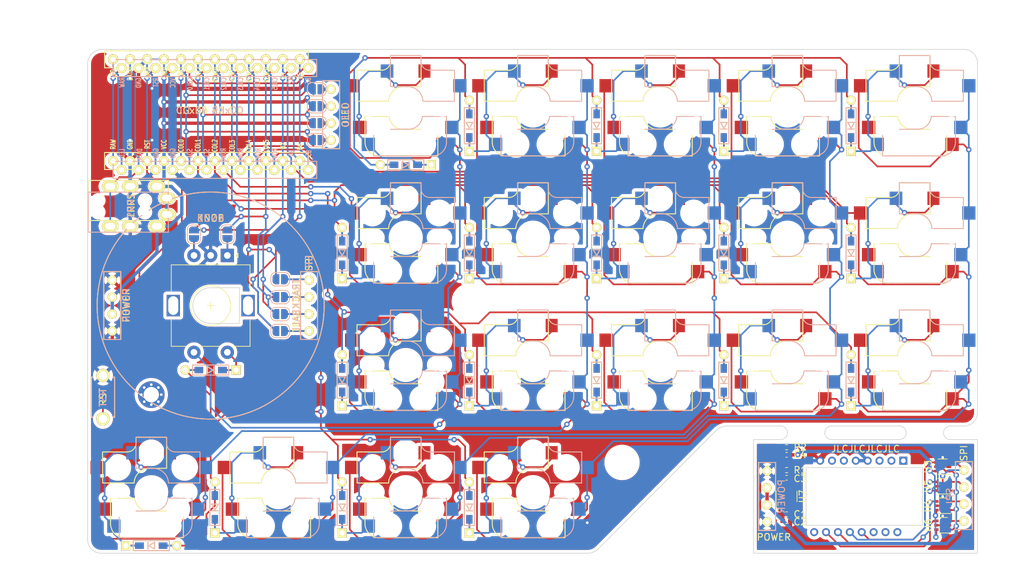
<source format=kicad_pcb>
(kicad_pcb (version 20210925) (generator pcbnew)
  (layers (0 "F.Cu" signal) (31 "B.Cu" signal) (34 "B.Paste" user) (35 "F.Paste" user) (36 "B.SilkS" user "B.Silkscreen") (37 "F.SilkS" user "F.Silkscreen") (38 "B.Mask" user) (39 "F.Mask" user) (44 "Edge.Cuts" user))
  (net 0 "")
  (net 1 "unconnected-(U1-Pad24)")
  (net 2 "unconnected-(U1-Pad12)")
  (net 3 "unconnected-(U1-Pad1)")
  (net 4 "COL0")
  (net 5 "COL1")
  (net 6 "COL2")
  (net 7 "COL3")
  (net 8 "COL4")
  (net 9 "Net-(D1-Pad1)")
  (net 10 "ROW0")
  (net 11 "Net-(D2-Pad1)")
  (net 12 "ROW1")
  (net 13 "Net-(D3-Pad1)")
  (net 14 "ROW2")
  (net 15 "Net-(D4-Pad1)")
  (net 16 "ROW3")
  (net 17 "Net-(D5-Pad1)")
  (net 18 "Net-(D6-Pad1)")
  (net 19 "Net-(D7-Pad1)")
  (net 20 "Net-(D8-Pad1)")
  (net 21 "Net-(D9-Pad1)")
  (net 22 "Net-(D10-Pad1)")
  (net 23 "Net-(D11-Pad1)")
  (net 24 "Net-(D12-Pad1)")
  (net 25 "Net-(D13-Pad1)")
  (net 26 "Net-(D14-Pad1)")
  (net 27 "Net-(D15-Pad1)")
  (net 28 "Net-(D16-Pad1)")
  (net 29 "Net-(D17-Pad1)")
  (net 30 "Net-(D18-Pad1)")
  (net 31 "VCC")
  (net 32 "unconnected-(J1-PadA)")
  (net 33 "DATA")
  (net 34 "GND")
  (net 35 "/RST")
  (net 36 "SCLK")
  (net 37 "MISO")
  (net 38 "MOSI")
  (net 39 "NCS")
  (net 40 "Net-(D19-Pad1)")
  (net 41 "Net-(D20-Pad1)")
  (net 42 "Net-(JP13-Pad1)")
  (net 43 "Net-(JP11-Pad1)")
  (net 44 "SCL")
  (net 45 "Net-(JP12-Pad1)")
  (net 46 "SDA")
  (net 47 "PWM.NCS")
  (net 48 "PWM.MISO")
  (net 49 "PWM.MOSI")
  (net 50 "PWM.SCLK")
  (net 51 "GNDD")
  (net 52 "Net-(C3-Pad2)")
  (net 53 "IN.MISO")
  (net 54 "IN.MOSI")
  (net 55 "IN.NCS")
  (net 56 "IN.SCLK")
  (net 57 "VSS")
  (net 58 "VDD")
  (net 59 "Net-(J2-Pad1)")
  (net 60 "Net-(J2-Pad2)")
  (net 61 "Net-(J2-Pad3)")
  (net 62 "Net-(J2-Pad4)")
  (net 63 "Net-(JP14-Pad1)")
  (net 64 "Net-(JP15-Pad1)")
  (net 65 "Net-(JP16-Pad1)")
  (footprint "Capacitor_SMD:C_0402_1005Metric_Pad0.74x0.62mm_HandSolder" (layer "F.Cu") (at 147.193 117.348)
    (fp_text reference "C2")
    (fp_text value "1uF")
  )
  (footprint "kbd:D3_TH_SMD" (layer "F.Cu") (at 137.795 58.166 90)
    (fp_text reference "D4" hide)
    (fp_text value "DIODE" hide)
  )
  (footprint "kbd:D3_TH_SMD" (layer "F.Cu") (at 80.645 96.266 90)
    (fp_text reference "D11" hide)
    (fp_text value "DIODE" hide)
  )
  (footprint "kbd:OLED" (layer "F.Cu") (at 78.994 60.325 90)
    (fp_text reference "OL1")
    (fp_text value "OLED" hide)
  )
  (footprint "kbd:D3_TH_SMD" (layer "F.Cu") (at 156.845 77.216 90)
    (fp_text reference "D10" hide)
    (fp_text value "DIODE" hide)
  )
  (footprint "kbd:OLED" (layer "F.Cu") (at 75.692 88.9 90)
    (fp_text reference "J2")
    (fp_text value "Conn_01x04_Female" hide)
  )
  (footprint "kbd:CherryMX_MidHeight_Choc_Hotswap" (layer "F.Cu") (at 166.37 93.98 180)
    (fp_text reference "SW15" hide)
    (fp_text value "SW_PUSH" hide)
  )
  (footprint "kbd:CherryMX_MidHeight_Choc_Hotswap" (layer "F.Cu") (at 147.32 55.88 180)
    (fp_text reference "SW4" hide)
    (fp_text value "SW_PUSH" hide)
  )
  (footprint "Package_TO_SOT_SMD:SOT-363_SC-70-6" (layer "F.Cu") (at 170.561 112.141 180)
    (fp_text reference "U5")
    (fp_text value "SN74LVC1T45DCK" hide)
  )
  (footprint "kbd:CherryMX_MidHeight_Choc_Hotswap" (layer "F.Cu") (at 128.27 55.88 180)
    (fp_text reference "SW3" hide)
    (fp_text value "SW_PUSH" hide)
  )
  (footprint "Jumper:SolderJumper-2_P1.3mm_Open_RoundedPad1.0x1.5mm" (layer "F.Cu") (at 76.835 57.785 180)
    (fp_text reference "JP19" hide)
    (fp_text value "F.VCC" hide)
  )
  (footprint "Jumper:SolderJumper-2_P1.3mm_Open_RoundedPad1.0x1.5mm" (layer "F.Cu") (at 71.374 86.36 180)
    (fp_text reference "JP9" hide)
    (fp_text value "F.MOSI" hide)
  )
  (footprint "Rotary_Encoder:RotaryEncoder_Alps_EC11E-Switch_Vertical_H20mm" (layer "F.Cu") (at 60.96 85.09 -90)
    (fp_text reference "SW20" hide)
    (fp_text value "RotaryEncoder_Switch")
  )
  (footprint "kbd:D3_TH_SMD" (layer "F.Cu") (at 99.695 115.316 90)
    (fp_text reference "D20" hide)
    (fp_text value "DIODE" hide)
  )
  (footprint "Jumper:SolderJumper-2_P1.3mm_Open_RoundedPad1.0x1.5mm" (layer "F.Cu") (at 58.4708 74.422 90)
    (fp_text reference "JP12" hide)
    (fp_text value "F.REA" hide)
  )
  (footprint "kbd:D3_TH_SMD" (layer "F.Cu") (at 52.07 121.031)
    (fp_text reference "D17" hide)
    (fp_text value "DIODE" hide)
  )
  (footprint "kbd:ProMicro_v2" (layer "F.Cu") (at 60.833 55.88 90)
    (fp_text reference "U1" hide)
    (fp_text value "ProMicro" hide)
  )
  (footprint "kbd:OLED" (layer "F.Cu") (at 144.272 109.855 -90)
    (fp_text reference "J4")
    (fp_text value "Conn_01x04_Male" hide)
  )
  (footprint "Package_TO_SOT_SMD:SOT-23-5" (layer "F.Cu") (at 147.193 113.665 90)
    (fp_text reference "U7")
    (fp_text value "TPS73601DBV")
  )
  (footprint "kbd:CherryMX_MidHeight_Choc_Hotswap" (layer "F.Cu") (at 90.17 113.03 180)
    (fp_text reference "SW18" hide)
    (fp_text value "SW_PUSH" hide)
  )
  (footprint "Capacitor_SMD:C_0402_1005Metric_Pad0.74x0.62mm_HandSolder" (layer "F.Cu") (at 147.193 110.871)
    (fp_text reference "C3")
    (fp_text value "100nF")
  )
  (footprint "kbd:D3_TH_SMD" (layer "F.Cu") (at 99.695 77.216 90)
    (fp_text reference "D7" hide)
    (fp_text value "DIODE" hide)
  )
  (footprint "kbd:CherryMX_MidHeight_Choc_Hotswap" (layer "F.Cu") (at 128.27 93.98 180)
    (fp_text reference "SW13" hide)
    (fp_text value "SW_PUSH" hide)
  )
  (footprint "Jumper:SolderJumper-2_P1.3mm_Open_RoundedPad1.0x1.5mm" (layer "F.Cu") (at 71.374 83.82 180)
    (fp_text reference "JP7" hide)
    (fp_text value "F.MISO" hide)
  )
  (footprint "kbd:CherryMX_MidHeight_Choc_Hotswap" (layer "F.Cu") (at 52.07 113.03 180)
    (fp_text reference "SW16" hide)
    (fp_text value "SW_PUSH" hide)
  )
  (footprint "kbd:D3_TH_SMD" (layer "F.Cu") (at 99.695 96.266 90)
    (fp_text reference "D12" hide)
    (fp_text value "DIODE" hide)
  )
  (footprint "Package_TO_SOT_SMD:SOT-363_SC-70-6" (layer "F.Cu") (at 170.561 115.062 180)
    (fp_text reference "U4")
    (fp_text value "SN74LVC1T45DCK" hide)
  )
  (footprint "pwm3360:DIP-16_W10.16mm" (layer "F.Cu") (at 166.189 109.415 -90)
    (fp_text reference "U2" hide)
    (fp_text value "PWM3360")
  )
  (footprint "Jumper:SolderJumper-2_P1.3mm_Open_RoundedPad1.0x1.5mm" (layer "F.Cu") (at 63.4746 74.4116 90)
    (fp_text reference "JP11" hide)
    (fp_text value "F.REB" hide)
  )
  (footprint "kbd:D3_TH_SMD" (layer "F.Cu") (at 118.745 58.166 90)
    (fp_text reference "D3" hide)
    (fp_text value "DIODE" hide)
  )
  (footprint "kbd:spacer_m2" (layer "F.Cu") (at 156.845 84.455)
    (fp_text reference "Ref**" hide)
    (fp_text value "Val**" hide)
  )
  (footprint "kbd:CherryMX_MidHeight_Choc_Hotswap" (layer "F.Cu") (at 166.37 74.93 180)
    (fp_text reference "SW10" hide)
    (fp_text value "SW_PUSH" hide)
  )
  (footprint "Capacitor_SMD:C_0402_1005Metric_Pad0.74x0.62mm_HandSolder" (layer "F.Cu") (at 147.193 116.332)
    (fp_text reference "C1")
    (fp_text value "100nF")
  )
  (footprint "kbd:D3_TH_SMD" (layer "F.Cu") (at 90.17 64.008 180)
    (fp_text reference "D1" hide)
    (fp_text value "DIODE" hide)
  )
  (footprint "kbd:CherryMX_MidHeight_Choc_Hotswap" (layer "F.Cu") (at 128.27 74.93 180)
    (fp_text reference "SW8" hide)
    (fp_text value "SW_PUSH" hide)
  )
  (footprint "Resistor_SMD:R_0402_1005Metric_Pad0.72x0.64mm_HandSolder" (layer "F.Cu") (at 147.193 109.728)
    (fp_text reference "R1")
    (fp_text value "37.4k")
  )
  (footprint "kbd:Breakaway_Tabs" (layer "F.Cu") (at 167.894 104.14)
    (fp_text reference "REF**")
    (fp_text value "Breakaway_Tabs")
  )
  (footprint "Jumper:SolderJumper-2_P1.3mm_Open_RoundedPad1.0x1.5mm" (layer "F.Cu") (at 76.835 60.325 180)
    (fp_text reference "JP20" hide)
    (fp_text value "F.GND" hide)
  )
  (footprint "kbd:MJ-4PP-9" (layer "F.Cu") (at 42.622 69.356 90)
    (fp_text reference "J1")
    (fp_text value "MJ-4PP-9" hide)
  )
  (footprint "kbd:D3_TH_SMD" (layer "F.Cu") (at 118.745 77.216 90)
    (fp_text reference "D8" hide)
    (fp_text value "DIODE" hide)
  )
  (footprint "Jumper:SolderJumper-2_P1.3mm_Open_RoundedPad1.0x1.5mm" (layer "F.Cu") (at 76.835 52.705 180)
    (fp_text reference "JP17" hide)
    (fp_text value "F.SDA" hide)
  )
  (footprint "kbd:CherryMX_MidHeight_Choc_Hotswap" (layer "F.Cu") (at 109.22 74.93 180)
    (fp_text reference "SW7" hide)
    (fp_text value "SW_PUSH" hide)
  )
  (footprint "kbd:D3_TH_SMD" (layer "F.Cu") (at 99.695 58.166 90)
    (fp_text reference "D2" hide)
    (fp_text value "DIODE" hide)
  )
  (footprint "Resistor_SMD:R_0402_1005Metric_Pad0.72x0.64mm_HandSolder" (layer "F.Cu") (at 147.193 106.299 180)
    (fp_text reference "R2")
    (fp_text value "63.4k")
  )
  (footprint "kbd:D3_TH_SMD" (layer "F.Cu") (at 80.645 77.216 90)
    (fp_text reference "D6" hide)
    (fp_text value "DIODE" hide)
  )
  (footprint "kbd:ResetSW" (layer "F.Cu") (at 44.831 98.806 -90)
    (fp_text reference "RSW1" hide)
    (fp_text value "RST_SW")
  )
  (footprint "kbd:D3_TH_SMD" (layer "F.Cu") (at 137.795 77.216 90)
    (fp_text reference "D9" hide)
    (fp_text value "DIODE" hide)
  )
  (footprint "kbd:D3_TH_SMD" (layer "F.Cu") (at 118.745 96.266 90)
    (fp_text reference "D13" hide)
    (fp_text value "DIODE" hide)
  )
  (footprint "Jumper:SolderJumper-2_P1.3mm_Open_RoundedPad1.0x1.5mm" (layer "F.Cu") (at 71.374 88.9 180)
    (fp_text reference "JP10" hide)
    (fp_text value "F.SCLK" hide)
  )
  (footprint "kbd:D3_TH_SMD" (layer "F.Cu") (at 156.845 96.266 90)
    (fp_text reference "D15" hide)
    (fp_text value "DIODE" hide)
  )
  (footprint "kbd:M2_HOLE_v3" (layer "F.Cu") (at 52.07 98.425)
    (fp_text reference "Ref**" hide)
    (fp_text value "Val**")
  )
  (footprint "kbd:CherryMX_MidHeight_Choc_Hotswap" (layer "F.Cu") (at 90.17 55.88 180)
    (fp_text reference "SW1" hide)
    (fp_text value "SW_PUSH" hide)
  )
  (footprint "kbd:OLED" (layer "F.Cu") (at 173.736 117.348 90)
    (fp_text reference "J5")
    (fp_text value "Conn_01x04_Male" hide)
  )
  (footprint "kbd:CherryMX_MidHeight_Choc_Hotswap" (layer "F.Cu") (at 90.17 93.98 180)
    (fp_text reference "SW11" hide)
    (fp_text value "SW_PUSH" hide)
  )
  (footprint "kbd:spacer_m2" (layer "F.Cu") (at 156.845 65.405)
    (fp_text reference "Ref**" hide)
    (fp_text value "Val**" hide)
  )
  (footprint "kbd:D3_TH_SMD" (layer "F.Cu") (at 156.845 58.166 90)
    (fp_text reference "D5" hide)
    (fp_text value "DIODE" hide)
  )
  (footprint "kbd:CherryMX_MidHeight_Choc_Hotswap" (layer "F.Cu") (at 109.22 113.03 180)
    (fp_text reference "SW19" hide)
    (fp_text value "SW_PUSH" hide)
  )
  (footprint "kbd:CherryMX_MidHeight_Choc_Hotswap" (layer "F.Cu") (at 71.12 113.03 180)
    (fp_text reference "SW17" hide)
    (fp_text value "SW_PUSH" hide)
  )
  (footprint "kbd:OLED" (layer "F.Cu") (at 46.228 81.28 -90)
    (fp_text reference "J3")
    (fp_text value "Conn_01x04_Female" hide)
  )
  (footprint "kbd:CherryMX_MidHeight_Choc_Hotswap" (layer "F.Cu") (at 90.17 74.93 180)
    (fp_text reference "SW6" hide)
    (fp_text value "SW_PUSH" hide)
  )
  (footprint "kbd:D3_TH_SMD" (layer "F.Cu") (at 60.96 94.742 180)
    (fp_text reference "D16" hide)
    (fp_text value "DIODE" hide)
  )
  (footprint "kbd:CherryMX_MidHeight_Choc_Hotswap" (layer "F.Cu") (at 166.37 55.88 180)
    (fp_text reference "SW5" hide)
    (fp_text value "SW_PUSH" hide)
  )
  (footprint "Jumper:SolderJumper-2_P1.3mm_Open_RoundedPad1.0x1.5mm" (layer "F.Cu") (at 71.374 81.153 180)
    (fp_text reference "JP5" hide)
    (fp_text value "F.NCS" hide)
  )
  (footprint "kbd:D3_TH_SMD" (layer "F.Cu") (at 61.595 115.316 90)
    (fp_text reference "D18" hide)
    (fp_text value "DIODE" hide)
  )
  (footprint "Capacitor_SMD:C_0402_1005Metric_Pad0.74x0.62mm_HandSolder" (layer "F.Cu") (at 147.193 107.442 180)
    (fp_text reference "C4")
    (fp_text value "10uF")
  )
  (footprint "Package_TO_SOT_SMD:SOT-363_SC-70-6" (layer "F.Cu") (at 170.561 109.22 180)
    (fp_text reference "U3")
    (fp_text value "SN74LVC1T45DCK" hide)
  )
  (footprint "kbd:D3_TH_SMD" (layer "F.Cu") (at 137.795 96.266 90)
    (fp_text reference "D14" hide)
    (fp_text value "DIODE" hide)
  )
  (footprint "kbd:CherryMX_MidHeight_Choc_Hotswap" (layer "F.Cu") (at 109.22 55.88 180)
    (fp_text reference "SW2" hide)
    (fp_text value "SW_PUSH" hide)
  )
  (footprint "kbd:CherryMX_MidHeight_Choc_Hotswap" (layer "F.Cu") (at 109.22 93.98 180)
    (fp_text reference "SW12" hide)
    (fp_text value "SW_PUSH" hide)
  )
  (footprint "kbd:spacer_m2" (layer "F.Cu") (at 99.695 84.455)
    (fp_text reference "Ref**" hide)
    (fp_text value "Val**" hide)
  )
  (footprint "kbd:Breakaway_Tabs" (layer "F.Cu") (at 150.114 104.14)
    (fp_text reference "REF**")
    (fp_text value "Breakaway_Tabs")
  )
  (footprint "kbd:D3_TH_SMD" (layer "F.Cu") (at 80.645 115.316 90)
    (fp_text reference "D19" hide)
    (fp_text value "DIODE" hide)
  )
  (footprint "kbd:CherryMX_MidHeight_Choc_Hotswap" (layer "F.Cu") (at 147.32 74.93 180)
    (fp_text reference "SW9" hide)
    (fp_text value "SW_PUSH" hide)
  )
  (footprint "Package_TO_SOT_SMD:SOT-363_SC-70-6" (layer "F.Cu") (at 170.561 117.983 180)
    (fp_text reference "U6")
    (fp_text value "SN74LVC1T45DCK" hide)
  )
  (footprint "kbd:spacer_m2" (layer "F.Cu") (at 122.555 108.585)
    (fp_text reference "Ref**" hide)
    (fp_text value "Val**" hide)
  )
  (footprint "kbd:CherryMX_MidHeight_Choc_Hotswap" (layer "F.Cu") (at 147.32 93.98 180)
    (fp_text reference "SW14" hide)
    (fp_text value "SW_PUSH" hide)
  )
  (footprint "Jumper:SolderJumper-2_P1.3mm_Open_RoundedPad1.0x1.5mm" (layer "F.Cu") (at 76.835 55.245 180)
    (fp_text reference "JP18" hide)
    (fp_text value "F.SCL" hide)
  )
  (footprint "Jumper:SolderJumper-2_P1.3mm_Open_RoundedPad1.0x1.5mm" (layer "B.Cu") (at 71.374 81.153 180)
    (fp_text reference "JP1" hide)
    (fp_text value "B.SCLK" hide)
  )
  (footprint "Jumper:SolderJumper-2_P1.3mm_Open_RoundedPad1.0x1.5mm" (layer "B.Cu") (at 71.374 88.9 180)
    (fp_text reference "JP4" hide)
    (fp_text value "B.NCS" hide)
  )
  (footprint "Jumper:SolderJumper-2_P1.3mm_Open_RoundedPad1.0x1.5mm" (layer "B.Cu") (at 71.374 83.82 180)
    (fp_text reference "JP2" hide)
    (fp_text value "B.MOSI" hide)
  )
  (footprint "Jumper:SolderJumper-2_P1.3mm_Open_RoundedPad1.0x1.5mm" (layer "B.Cu") (at 76.835 52.705 180)
    (fp_text reference "JP13" hide)
    (fp_text value "B.GND" hide)
  )
  (footprint "Jumper:SolderJumper-2_P1.3mm_Open_RoundedPad1.0x1.5mm" (layer "B.Cu") (at 63.4746 74.4116 90)
    (fp_text reference "JP6" hide)
    (fp_text value "B.REA" hide)
  )
  (footprint "Jumper:SolderJumper-2_P1.3mm_Open_RoundedPad1.0x1.5mm" (layer "B.Cu") (at 58.4708 74.422 90)
    (fp_text reference "JP8" hide)
    (fp_text value "B.REB" hide)
  )
  (footprint "Jumper:SolderJumper-2_P1.3mm_Open_RoundedPad1.0x1.5mm" (layer "B.Cu") (at 76.835 60.325 180)
    (fp_text reference "JP16" hide)
    (fp_text value "B.SDA" hide)
  )
  (footprint "Jumper:SolderJumper-2_P1.3mm_Open_RoundedPad1.0x1.5mm" (layer "B.Cu") (at 76.835 55.245 180)
    (fp_text reference "JP14" hide)
    (fp_text value "B.VCC" hide)
  )
  (footprint "Jumper:SolderJumper-2_P1.3mm_Open_RoundedPad1.0x1.5mm" (layer "B.Cu") (at 76.835 57.785 180)
    (fp_text reference "JP15" hide)
    (fp_text value "B.SCL" hide)
  )
  (footprint "Jumper:SolderJumper-2_P1.3mm_Open_RoundedPad1.0x1.5mm" (layer "B.Cu") (at 71.374 86.36 180)
    (fp_text reference "JP3" hide)
    (fp_text value "B.MISO" hide)
  )
  (gr_circle (center 60.96 85.09) (end 77.96 85.09) (layer "B.SilkS") (width 0.15) (fill none))
  (gr_circle (center 60.96 85.09) (end 77.96 85.09) (layer "F.SilkS") (width 0.15) (fill none))
  (gr_arc (start 173.736 48.767999) (end 173.736 46.736) (angle 90) (layer "Edge.Cuts") (width 0.1))
  (gr_line (start 146.304 103.124) (end 138.303 103.124) (layer "Edge.Cuts") (width 0.1))
  (gr_line (start 142.24 105.156) (end 142.24 122.174) (layer "Edge.Cuts") (width 0.1))
  (gr_arc (start 173.736001 101.092) (end 175.768 101.092) (angle 90) (layer "Edge.Cuts") (width 0.1))
  (gr_arc (start 117.342543 119.7634) (end 117.348 122.174) (angle -40) (layer "Edge.Cuts") (width 0.1))
  (gr_line (start 175.768 101.092) (end 175.768 48.768) (layer "Edge.Cuts") (width 0.1))
  (gr_line (start 142.24 122.174) (end 163.322 122.174) (layer "Edge.Cuts") (width 0.1))
  (gr_line (start 150.114 117.983) (end 150.114 109.347) (layer "Edge.Cuts") (width 0.1))
  (gr_line (start 173.736 46.736) (end 44.704 46.736) (layer "Edge.Cuts") (width 0.1))
  (gr_line (start 171.704 103.124) (end 173.736 103.124) (layer "Edge.Cuts") (width 0.1))
  (gr_arc (start 60.96 85.09) (end 60.96 87.757) (angle 180) (layer "Edge.Cuts") (width 0.1))
  (gr_arc (start 153.924 104.14) (end 153.924 105.156) (angle 180) (layer "Edge.Cuts") (width 0.1))
  (gr_arc (start 44.703999 48.895) (end 44.704 46.736) (angle -90) (layer "Edge.Cuts") (width 0.1))
  (gr_line (start 164.084 103.124) (end 153.924 103.124) (layer "Edge.Cuts") (width 0.1))
  (gr_line (start 150.114 109.347) (end 167.513 109.347) (layer "Edge.Cuts") (width 0.1))
  (gr_line (start 117.348 122.174) (end 44.577 122.174) (layer "Edge.Cuts") (width 0.1))
  (gr_line (start 65.278 82.423) (end 65.278 87.757) (layer "Edge.Cuts") (width 0.1))
  (gr_arc (start 146.304 104.14) (end 146.304 105.156) (angle -180) (layer "Edge.Cuts") (width 0.1))
  (gr_line (start 175.768 105.156) (end 175.768 122.174) (layer "Edge.Cuts") (width 0.1))
  (gr_line (start 150.114 117.983) (end 167.513 117.983) (layer "Edge.Cuts") (width 0.1))
  (gr_line (start 153.924 105.156) (end 164.084 105.156) (layer "Edge.Cuts") (width 0.1))
  (gr_line (start 167.513 109.347) (end 167.513 117.983) (layer "Edge.Cuts") (width 0.1))
  (gr_line (start 42.545 48.895) (end 42.545 120.142) (layer "Edge.Cuts") (width 0.1))
  (gr_line (start 65.278 87.757) (end 60.96 87.757) (layer "Edge.Cuts") (width 0.1))
  (gr_arc (start 44.577 120.142001) (end 44.577 122.174) (angle 90) (layer "Edge.Cuts") (width 0.1))
  (gr_line (start 171.704 105.156) (end 175.768 105.156) (layer "Edge.Cuts") (width 0.1))
  (gr_line (start 163.322 122.174) (end 175.768 122.174) (layer "Edge.Cuts") (width 0.1))
  (gr_arc (start 171.704 104.14) (end 171.704 105.156) (angle 180) (layer "Edge.Cuts") (width 0.1))
  (gr_line (start 60.96 82.423) (end 65.278 82.423) (layer "Edge.Cuts") (width 0.1))
  (gr_arc (start 138.308457 105.5346) (end 138.303 103.124) (angle -40) (layer "Edge.Cuts") (width 0.1))
  (gr_line (start 142.24 105.156) (end 146.304 105.156) (layer "Edge.Cuts") (width 0.1))
  (gr_arc (start 164.084 104.14) (end 164.084 105.156) (angle -180) (layer "Edge.Cuts") (width 0.1))
  (gr_line (start 118.896228 121.606518) (end 136.754772 103.691482) (layer "Edge.Cuts") (width 0.1))
  (gr_text "KNOB" (at 60.96 72.009) (layer "B.SilkS") (effects (font (size 1 1)) (justify mirror)))
  (gr_text "TRACKBALL" (at 73.787 85.09 90) (layer "B.SilkS") (effects (font (size 1 1)) (justify mirror)))
  (gr_text "CGxKB v0.1.0" (at 60.832999 55.860083) (layer "B.SilkS") (effects (font (size 1 1)) (justify mirror)))
  (gr_text "CGxKB v0.1.0" (at 60.833 55.88) (layer "F.SilkS") (effects (font (size 1 1))))
  (gr_text "TRACKBALL\n" (at 73.787 85.09 90) (layer "F.SilkS") (effects (font (size 1 1))))
  (gr_text "KNOB" (at 60.96 72.009) (layer "F.SilkS") (effects (font (size 1 1))))
  (gr_text "JLCJLCJLCJLC" (at 159.004 106.553) (layer "F.SilkS") (effects (font (size 1 1))))
  (segment (start 46.355 51.054) (end 46.355 50.8) (width 0.25) (layer "F.Cu") (net 1))
  (segment (start 46.355 50.8) (end 47.625 49.53) (width 0.25) (layer "F.Cu") (net 1))
  (via (at 46.355 51.054) (size 0.8) (drill 0.4) (layers "F.Cu" "B.Cu") (net 1))
  (segment (start 46.355 51.054) (end 46.355 63.4436) (width 0.25) (layer "B.Cu") (net 1))
  (segment (start 75.565 62.992) (end 75.565 64.77) (width 0.25) (layer "B.Cu") (net 2))
  (segment (start 74.295 48.2236) (end 74.295 61.722) (width 0.25) (layer "B.Cu") (net 2))
  (segment (start 74.295 61.722) (end 75.565 62.992) (width 0.25) (layer "B.Cu") (net 2))
  (segment (start 46.355 48.2236) (end 46.355 49.79656) (width 0.25) (layer "B.Cu") (net 3))
  (segment (start 46.355 49.79656) (end 47.117 50.55856) (width 0.25) (layer "B.Cu") (net 3))
  (segment (start 47.625 62.992) (end 47.625 64.77) (width 0.25) (layer "B.Cu") (net 3))
  (segment (start 47.117 62.484) (end 47.625 62.992) (width 0.25) (layer "B.Cu") (net 3))
  (segment (start 47.117 50.55856) (end 47.117 62.484) (width 0.25) (layer "B.Cu") (net 3))
  (segment (start 97.48 80.01) (end 98.27 80.8) (width 0.25) (layer "F.Cu") (net 4))
  (segment (start 95.25 102.87) (end 98.27 99.85) (width 0.25) (layer "F.Cu") (net 4))
  (segment (start 93.865 100.965) (end 83.185 100.965) (width 0.25) (layer "F.Cu") (net 4))
  (segment (start 83.304989 62.984989) (end 93.745011 62.984989) (width 0.25) (layer "F.Cu") (net 4))
  (segment (start 95.77 99.06) (end 93.865 100.965) (width 0.25) (layer "F.Cu") (net 4))
  (segment (start 83.185 81.915) (end 81.788 80.518) (width 0.25) (layer "F.Cu") (net 4))
  (segment (start 93.745011 62.984989) (end 95.77 60.96) (width 0.25) (layer "F.Cu") (net 4))
  (segment (start 65.405 67.31) (end 75.946 67.31) (width 0.25) (layer "F.Cu") (net 4))
  (segment (start 97.48 99.06) (end 98.27 99.85) (width 0.25) (layer "F.Cu") (net 4))
  (segment (start 82.07 52.18) (end 81.788 52.462) (width 0.25) (layer "F.Cu") (net 4))
  (segment (start 95.77 80.01) (end 97.48 80.01) (width 0.25) (layer "F.Cu") (net 4))
  (segment (start 97.48 60.96) (end 98.27 61.75) (width 0.25) (layer "F.Cu") (net 4))
  (segment (start 81.788 61.468) (end 83.304989 62.984989) (width 0.25) (layer "F.Cu") (net 4))
  (segment (start 95.77 99.06) (end 97.48 99.06) (width 0.25) (layer "F.Cu") (net 4))
  (segment (start 81.788 80.518) (end 81.788 71.512) (width 0.25) (layer "F.Cu") (net 4))
  (segment (start 81.788 52.462) (end 81.788 61.468) (width 0.25) (layer "F.Cu") (net 4))
  (segment (start 98.27 61.75) (end 98.27 64.29) (width 0.25) (layer "F.Cu") (net 4))
  (segment (start 82.042 69.088) (end 82.042 71.202) (width 0.25) (layer "F.Cu") (net 4))
  (segment (start 95.77 80.01) (end 93.865 81.915) (width 0.25) (layer "F.Cu") (net 4))
  (segment (start 93.865 81.915) (end 83.185 81.915) (width 0.25) (layer "F.Cu") (net 4))
  (segment (start 81.788 99.568) (end 81.788 90.562) (width 0.25) (layer "F.Cu") (net 4))
  (segment (start 62.865 64.77) (end 65.405 67.31) (width 0.25) (layer "F.Cu") (net 4))
  (segment (start 83.185 100.965) (end 81.788 99.568) (width 0.25) (layer "F.Cu") (net 4))
  (segment (start 95.77 60.96) (end 97.48 60.96) (width 0.25) (layer "F.Cu") (net 4))
  (via (at 98.27 64.29) (size 0.8) (drill 0.4) (layers "F.Cu" "B.Cu") (net 4))
  (via (at 98.27 99.85) (size 0.8) (drill 0.4) (layers "F.Cu" "B.Cu") (net 4))
  (via (at 95.25 102.87) (size 0.8) (drill 0.4) (layers "F.Cu" "B.Cu") (net 4))
  (via (at 82.042 69.088) (size 0.8) (drill 0.4) (layers "F.Cu" "B.Cu") (net 4))
  (via (at 75.946 67.31) (size 0.8) (drill 0.4) (layers "F.Cu" "B.Cu") (net 4))
  (via (at 98.27 80.8) (size 0.8) (drill 0.4) (layers "F.Cu" "B.Cu") (net 4))
  (via (at 98.27 61.75) (size 0.8) (drill 0.4) (layers "F.Cu" "B.Cu") (net 4))
  (segment (start 98.27 59.62) (end 97.07 58.42) (width 0.25) (layer "B.Cu") (net 4))
  (segment (start 80.264 67.31) (end 82.042 69.088) (width 0.25) (layer "B.Cu") (net 4))
  (segment (start 96.548 82.522) (end 96.548 88.502) (width 0.25) (layer "B.Cu") (net 4))
  (segment (start 96.548 88.502) (end 98.298 90.252) (width 0.25) (layer "B.Cu") (net 4))
  (segment (start 98.27 71.23) (end 98.27 64.29) (width 0.25) (layer "B.Cu") (net 4))
  (segment (start 98.27 76.27) (end 97.07 77.47) (width 0.25) (layer "B.Cu") (net 4))
  (segment (start 62.357 62.484) (end 62.865 62.992) (width 0.25) (layer "B.Cu") (net 4))
  (segment (start 58.46 92.09) (end 60.96 94.59) (width 0.25) (layer "B.Cu") (net 4))
  (segment (start 98.27 90.28) (end 98.27 95.32) (width 0.25) (layer "B.Cu") (net 4))
  (segment (start 64.008 103.378) (end 94.742 103.378) (width 0.25) (layer "B.Cu") (net 4))
  (segment (start 98.27 80.8) (end 98.27 78.67) (width 0.25) (layer "B.Cu") (net 4))
  (segment (start 75.946 67.31) (end 80.264 67.31) (width 0.25) (layer "B.Cu") (net 4))
  (segment (start 62.357 50.55856) (end 62.357 62.484) (width 0.25) (layer "B.Cu") (net 4))
  (segment (start 98.27 99.85) (end 98.27 97.72) (width 0.25) (layer "B.Cu") (net 4))
  (segment (start 98.27 95.32) (end 97.07 96.52) (width 0.25) (layer "B.Cu") (net 4))
  (segment (start 98.27 61.75) (end 98.27 59.62) (width 0.25) (layer "B.Cu") (net 4))
  (segment (start 98.27 97.72) (end 97.07 96.52) (width 0.25) (layer "B.Cu") (net 4))
  (segment (start 98.27 57.22) (end 98.27 52.18) (width 0.25) (layer "B.Cu") (net 4))
  (segment (start 98.27 71.23) (end 98.27 76.27) (width 0.25) (layer "B.Cu") (net 4))
  (segment (start 61.595 49.79656) (end 62.357 50.55856) (width 0.25) (layer "B.Cu") (net 4))
  (segment (start 61.595 48.2236) (end 61.595 49.79656) (width 0.25) (layer "B.Cu") (net 4))
  (segment (start 62.865 62.992) (end 62.865 64.77) (width 0.25) (layer "B.Cu") (net 4))
  (segment (start 98.27 78.67) (end 97.07 77.47) (width 0.25) (layer "B.Cu") (net 4))
  (segment (start 97.07 58.42) (end 98.27 57.22) (width 0.25) (layer "B.Cu") (net 4))
  (segment (start 60.96 94.59) (end 60.96 100.33) (width 0.25) (layer "B.Cu") (net 4))
  (segment (start 94.742 103.378) (end 95.25 102.87) (width 0.25) (layer "B.Cu") (net 4))
  (segment (start 60.96 100.33) (end 64.008 103.378) (width 0.25) (layer "B.Cu") (net 4))
  (segment (start 98.298 80.772) (end 96.548 82.522) (width 0.25) (layer "B.Cu") (net 4))
  (segment (start 116.53 99.06) (end 117.32 99.85) (width 0.25) (layer "F.Cu") (net 5))
  (segment (start 116.53 60.96) (end 117.32 61.75) (width 0.25) (layer "F.Cu") (net 5))
  (segment (start 45.085 120.015) (end 45.092011 120.007989) (width 0.25) (layer "F.Cu") (net 5))
  (segment (start 65.405 62.992) (end 67.183 61.214) (width 0.25) (layer "F.Cu") (net 5))
  (segment (start 117.32 61.75) (end 117.32 64.29) (width 0.25) (layer "F.Cu") (net 5))
  (segment (start 114.82 99.06) (end 112.915 100.965) (width 0.25) (layer "F.Cu") (net 5))
  (segment (start 100.838 52.462) (end 100.838 64.149022) (width 0.25) (layer "F.Cu") (net 5))
  (segment (start 60.17 115.61) (end 57.67 118.11) (width 0.25) (layer "F.Cu") (net 5))
  (segment (start 60.17 113.82) (end 60.17 115.61) (width 0.25) (layer "F.Cu") (net 5))
  (segment (start 99.956011 65.031011) (end 110.748989 65.031011) (width 0.25) (layer "F.Cu") (net 5))
  (segment (start 112.915 100.965) (end 102.235 100.965) (width 0.25) (layer "F.Cu") (net 5))
  (segment (start 75.311 61.214) (end 79.128011 65.031011) (width 0.25) (layer "F.Cu") (net 5))
  (segment (start 101.12 52.18) (end 100.838 52.462) (width 0.25) (layer "F.Cu") (net 5))
  (segment (start 55.506011 120.007989) (end 57.404 118.11) (width 0.25) (layer "F.Cu") (net 5))
  (segment (start 43.688 118.618) (end 45.085 120.015) (width 0.25) (layer "F.Cu") (net 5))
  (segment (start 100.838 99.568) (end 100.838 90.562) (width 0.25) (layer "F.Cu") (net 5))
  (segment (start 57.404 118.11) (end 57.67 118.11) (width 0.25) (layer "F.Cu") (net 5))
  (segment (start 100.838 80.518) (end 100.838 71.512) (width 0.25) (layer "F.Cu") (net 5))
  (segment (start 100.838 90.562) (end 101.12 90.28) (width 0.25) (layer "F.Cu") (net 5))
  (segment (start 114.82 80.01) (end 112.915 81.915) (width 0.25) (layer "F.Cu") (net 5))
  (segment (start 117.32 80.8) (end 117.32 83.975) (width 0.25) (layer "F.Cu") (net 5))
  (segment (start 79.128011 65.031011) (end 99.956011 65.031011) (width 0.25) (layer "F.Cu") (net 5))
  (segment (start 43.688 109.612) (end 43.688 118.618) (width 0.25) (layer "F.Cu") (net 5))
  (segment (start 114.82 99.06) (end 116.53 99.06) (width 0.25) (layer "F.Cu") (net 5))
  (segment (start 65.405 64.77) (end 65.405 62.992) (width 0.25) (layer "F.Cu") (net 5))
  (segment (start 102.235 100.965) (end 100.838 99.568) (width 0.25) (layer "F.Cu") (net 5))
  (segment (start 114.3 102.87) (end 117.32 99.85) (width 0.25) (layer "F.Cu") (net 5))
  (segment (start 102.235 81.915) (end 100.838 80.518) (width 0.25) (layer "F.Cu") (net 5))
  (segment (start 45.092011 120.007989) (end 55.506011 120.007989) (width 0.25) (layer "F.Cu") (net 5))
  (segment (start 67.183 61.214) (end 75.311 61.214) (width 0.25) (layer "F.Cu") (net 5))
  (segment (start 116.53 80.01) (end 117.32 80.8) (width 0.25) (layer "F.Cu") (net 5))
  (segment (start 114.82 80.01) (end 116.53 80.01) (width 0.25) (layer "F.Cu") (net 5))
  (segment (start 110.748989 65.031011) (end 114.82 60.96) (width 0.25) (layer "F.Cu") (net 5))
  (segment (start 112.915 81.915) (end 102.235 81.915) (width 0.25) (layer "F.Cu") (net 5))
  (segment (start 114.82 60.96) (end 116.53 60.96) (width 0.25) (layer "F.Cu") (net 5))
  (segment (start 100.838 64.149022) (end 99.956011 65.031011) (width 0.25) (layer "F.Cu") (net 5))
  (via (at 117.32 64.29) (size 0.8) (drill 0.4) (layers "F.Cu" "B.Cu") (net 5))
  (via (at 117.32 80.8) (size 0.8) (drill 0.4) (layers "F.Cu" "B.Cu") (net 5))
  (via (at 114.3 102.87) (size 0.8) (drill 0.4) (layers "F.Cu" "B.Cu") (net 5))
  (via (at 117.32 61.75) (size 0.8) (drill 0.4) (layers "F.Cu" "B.Cu") (net 5))
  (via (at 117.32 83.975) (size 0.8) (drill 0.4) (layers "F.Cu" "B.Cu") (net 5))
  (via (at 117.32 99.85) (size 0.8) (drill 0.4) (layers "F.Cu" "B.Cu") (net 5))
  (via (at 60.17 113.82) (size 0.8) (drill 0.4) (layers "F.Cu" "B.Cu") (net 5))
  (segment (start 60.17 114.37) (end 58.97 115.57) (width 0.25) (layer "B.Cu") (net 5))
  (segment (start 60.17 113.439) (end 60.17 113.82) (width 0.25) (layer "B.Cu") (net 5))
  (segment (start 60.17 109.33) (end 60.17 113.439) (width 0.25) (layer "B.Cu") (net 5))
  (segment (start 60.17 113.82) (end 60.17 114.37) (width 0.25) (layer "B.Cu") (net 5))
  (segment (start 117.32 61.75) (end 117.32 59.62) (width 0.25) (layer "B.Cu") (net 5))
  (segment (start 64.135 48.2236) (end 64.135 49.79656) (width 0.25) (layer "B.Cu") (net 5))
  (segment (start 117.32 95.32) (end 116.12 96.52) (width 0.25) (layer "B.Cu") (net 5))
  (segment (start 117.32 99.85) (end 117.32 97.72) (width 0.25) (layer "B.Cu") (net 5))
  (segment (start 117.32 90.28) (end 117.32 95.32) (width 0.25) (layer "B.Cu") (net 5))
  (segment (start 117.32 52.18) (end 117.32 57.22) (width 0.25) (layer "B.Cu") (net 5))
  (segment (start 117.32 71.23) (end 117.32 76.27) (width 0.25) (layer "B.Cu") (net 5))
  (segment (start 117.32 80.8) (end 117.32 78.67) (width 0.25) (layer "B.Cu") (net 5))
  (segment (start 117.32 78.67) (end 116.12 77.47) (width 0.25) (layer "B.Cu") (net 5))
  (segment (start 117.32 57.22) (end 116.12 58.42) (width 0.25) (layer "B.Cu") (net 5))
  (segment (start 117.32 97.72) (end 116.12 96.52) (width 0.25) (layer "B.Cu") (net 5))
  (segment (start 113.284 103.886) (end 114.3 102.87) (width 0.25) (layer "B.Cu") (net 5))
  (segment (start 65.614 103.886) (end 113.284 103.886) (width 0.25) (layer "B.Cu") (net 5))
  (segment (start 64.897 62.484) (end 65.405 62.992) (width 0.25) (layer "B.Cu") (net 5))
  (segment (start 64.897 50.55856) (end 64.897 62.484) (width 0.25) (layer "B.Cu") (net 5))
  (segment (start 60.17 109.33) (end 65.614 103.886) (width 0.25) (layer "B.Cu") (net 5))
  (segment (start 117.32 71.23) (end 117.32 64.29) (width 0.25) (layer "B.Cu") (net 5))
  (segment (start 64.135 49.79656) (end 64.897 50.55856) (width 0.25) (layer "B.Cu") (net 5))
  (segment (start 65.405 62.992) (end 65.405 64.77) (width 0.25) (layer "B.Cu") (net 5))
  (segment (start 117.32 76.27) (end 116.12 77.47) (width 0.25) (layer "B.Cu") (net 5))
  (segment (start 117.32 90.28) (end 117.32 83.975) (width 0.25) (layer "B.Cu") (net 5))
  (segment (start 117.32 59.62) (end 116.12 58.42) (width 0.25) (layer "B.Cu") (net 5))
  (segment (start 64.135 120.015) (end 62.738 118.618) (width 0.25) (layer "F.Cu") (net 6))
  (segment (start 76.72 118.11) (end 74.815 120.015) (width 0.25) (layer "F.Cu") (net 6))
  (segment (start 133.87 80.01) (end 131.965 81.915) (width 0.25) (layer "F.Cu") (net 6))
  (segment (start 78.867 65.532) (end 118.618 65.532) (width 0.25) (layer "F.Cu") (net 6))
  (segment (start 67.945 62.992) (end 69.215 61.722) (width 0.25) (layer "F.Cu") (net 6))
  (segment (start 135.58 80.01) (end 136.37 80.8) (width 0.25) (layer "F.Cu") (net 6))
  (segment (start 119.888 99.568) (end 119.888 90.562) (width 0.25) (layer "F.Cu") (net 6))
  (segment (start 69.215 61.722) (end 75.057 61.722) (width 0.25) (layer "F.Cu") (net 6))
  (segment (start 118.618 65.532) (end 129.298 65.532) (width 0.25) (layer "F.Cu") (net 6))
  (segment (start 133.87 80.01) (end 135.58 80.01) (width 0.25) (layer "F.Cu") (net 6))
  (segment (start 135.58 60.96) (end 136.37 61.75) (width 0.25) (layer "F.Cu") (net 6))
  (segment (start 121.285 100.965) (end 119.888 99.568) (width 0.25) (layer "F.Cu") (net 6))
  (segment (start 131.965 81.915) (end 121.285 81.915) (width 0.25) (layer "F.Cu") (net 6))
  (segment (start 79.22 115.61) (end 76.72 118.11) (width 0.25) (layer "F.Cu") (net 6))
  (segment (start 133.87 99.06) (end 131.965 100.965) (width 0.25) (layer "F.Cu") (net 6))
  (segment (start 119.888 52.462) (end 119.888 64.262) (width 0.25) (layer "F.Cu") (net 6))
  (segment (start 136.37 80.8) (end 136.37 83.975) (width 0.25) (layer "F.Cu") (net 6))
  (segment (start 133.87 99.06) (end 135.58 99.06) (width 0.25) (layer "F.Cu") (net 6))
  (segment (start 129.298 65.532) (end 133.87 60.96) (width 0.25) (layer "F.Cu") (net 6))
  (segment (start 133.87 60.96) (end 135.58 60.96) (width 0.25) (layer "F.Cu") (net 6))
  (segment (start 135.58 99.06) (end 136.37 99.85) (width 0.25) (layer "F.Cu") (net 6))
  (segment (start 119.888 71.512) (end 119.888 80.518) (width 0.25) (layer "F.Cu") (net 6))
  (segment (start 62.738 118.618) (end 62.738 109.612) (width 0.25) (layer "F.Cu") (net 6))
  (segment (start 79.22 113.82) (end 79.22 115.61) (width 0.25) (layer "F.Cu") (net 6))
  (segment (start 119.888 64.262) (end 118.618 65.532) (width 0.25) (layer "F.Cu") (net 6))
  (segment (start 67.945 64.77) (end 67.945 62.992) (width 0.25) (layer "F.Cu") (net 6))
  (segment (start 74.815 120.015) (end 64.135 120.015) (width 0.25) (layer "F.Cu") (net 6))
  (segment (start 120.17 52.18) (end 119.888 52.462) (width 0.25) (layer "F.Cu") (net 6))
  (segment (start 75.057 61.722) (end 78.867 65.532) (width 0.25) (layer "F.Cu") (net 6))
  (segment (start 131.965 100.965) (end 121.285 100.965) (width 0.25) (layer "F.Cu") (net 6))
  (segment (start 136.37 61.75) (end 136.37 64.29) (width 0.25) (layer "F.Cu") (net 6))
  (segment (start 121.285 81.915) (end 119.888 80.518) (width 0.25) (layer "F.Cu") (net 6))
  (via (at 136.37 99.85) (size 0.8) (drill 0.4) (layers "F.Cu" "B.Cu") (net 6))
  (via (at 136.37 80.8) (size 0.8) (drill 0.4) (layers "F.Cu" "B.Cu") (net 6))
  (via (at 136.37 64.29) (size 0.8) (drill 0.4) (layers "F.Cu" "B.Cu") (net 6))
  (via (at 136.37 61.75) (size 0.8) (drill 0.4) (layers "F.Cu" "B.Cu") (net 6))
  (via (at 136.37 83.975) (size 0.8) (drill 0.4) (layers "F.Cu" "B.Cu") (net 6))
  (via (at 79.22 113.82) (size 0.8) (drill 0.4) (layers "F.Cu" "B.Cu") (net 6))
  (segment (start 67.437 62.484) (end 67.945 62.992) (width 0.25) (layer "B.Cu") (net 6))
  (segment (start 136.37 71.23) (end 136.37 64.29) (width 0.25) (layer "B.Cu") (net 6))
  (segment (start 136.37 78.67) (end 135.17 77.47) (width 0.25) (layer "B.Cu") (net 6))
  (segment (start 136.37 97.72) (end 136.37 99.85) (width 0.25) (layer "B.Cu") (net 6))
  (segment (start 79.22 114.37) (end 78.02 115.57) (width 0.25) (layer "B.Cu") (net 6))
  (segment (start 67.437 50.55856) (end 67.437 62.484) (width 0.25) (layer "B.Cu") (net 6))
  (segment (start 136.37 95.32) (end 136.37 83.975) (width 0.25) (layer "B.Cu") (net 6))
  (segment (start 67.945 62.992) (end 67.945 64.77) (width 0.25) (layer "B.Cu") (net 6))
  (segment (start 136.37 80.8) (end 136.37 78.67) (width 0.25) (layer "B.Cu") (net 6))
  (segment (start 131.826 104.394) (end 136.37 99.85) (width 0.25) (layer "B.Cu") (net 6))
  (segment (start 136.37 61.75) (end 136.37 59.62) (width 0.25) (layer "B.Cu") (net 6))
  (segment (start 136.37 52.18) (end 136.37 57.22) (width 0.25) (layer "B.Cu") (net 6))
  (segment (start 79.22 109.33) (end 79.22 114.37) (width 0.25) (layer "B.Cu") (net 6))
  (segment (start 66.675 48.2236) (end 66.675 49.79656) (width 0.25) (layer "B.Cu") (net 6))
  (segment (start 84.156 104.394) (end 131.826 104.394) (width 0.25) (layer "B.Cu") (net 6))
  (segment (start 136.37 95.32) (end 135.17 96.52) (width 0.25) (layer "B.Cu") (net 6))
  (segment (start 136.37 76.27) (end 135.17 77.47) (width 0.25) (layer "B.Cu") (net 6))
  (segment (start 136.37 71.23) (end 136.37 76.27) (width 0.25) (layer "B.Cu") (net 6))
  (segment (start 66.675 49.79656) (end 67.437 50.55856) (width 0.25) (layer "B.Cu") (net 6))
  (segment (start 136.37 57.22) (end 135.17 58.42) (width 0.25) (layer "B.Cu") (net 6))
  (segment (start 136.37 59.62) (end 135.17 58.42) (width 0.25) (layer "B.Cu") (net 6))
  (segment (start 135.17 96.52) (end 136.37 97.72) (width 0.25) (layer "B.Cu") (net 6))
  (segment (start 79.22 109.33) (end 84.156 104.394) (width 0.25) (layer "B.Cu") (net 6))
  (segment (start 147.84 66.04) (end 152.92 60.96) (width 0.25) (layer "F.Cu") (net 7))
  (segment (start 154.63 99.06) (end 155.42 99.85) (width 0.25) (layer "F.Cu") (net 7))
  (segment (start 98.27 115.61) (end 95.77 118.11) (width 0.25) (layer "F.Cu") (net 7))
  (segment (start 152.92 99.06) (end 154.63 99.06) (width 0.25) (layer "F.Cu") (net 7))
  (segment (start 154.63 60.96) (end 155.42 61.75) (width 0.25) (layer "F.Cu") (net 7))
  (segment (start 152.92 60.96) (end 154.63 60.96) (width 0.25) (layer "F.Cu") (net 7))
  (segment (start 95.77 118.11) (end 93.865 120.015) (width 0.25) (layer "F.Cu") (net 7))
  (segment (start 93.865 120.015) (end 83.185 120.015) (width 0.25) (layer "F.Cu") (net 7))
  (segment (start 151.015 100.965) (end 140.335 100.965) (width 0.25) (layer "F.Cu") (net 7))
  (segment (start 81.788 118.618) (end 81.788 109.612) (width 0.25) (layer "F.Cu") (net 7))
  (segment (start 140.335 100.965) (end 138.938 99.568) (width 0.25) (layer "F.Cu") (net 7))
  (segment (start 98.27 113.82) (end 98.27 115.61) (width 0.25) (layer "F.Cu") (net 7))
  (segment (start 154.63 80.01) (end 155.42 80.8) (width 0.25) (layer "F.Cu") (net 7))
  (segment (start 152.92 99.06) (end 151.015 100.965) (width 0.25) (layer "F.Cu") (net 7))
  (segment (start 140.335 81.915) (end 138.938 80.518) (width 0.25) (layer "F.Cu") (net 7))
  (segment (start 138.938 64.897) (end 137.795 66.04) (width 0.25) (layer "F.Cu") (net 7))
  (segment (start 70.485 62.992) (end 71.247 62.23) (width 0.25) (layer "F.Cu") (net 7))
  (segment (start 71.247 62.23) (end 74.929282 62.23) (width 0.25) (layer "F.Cu") (net 7))
  (segment (start 83.185 120.015) (end 81.788 118.618) (width 0.25) (layer "F.Cu") (net 7))
  (segment (start 138.938 52.462) (end 138.938 64.897) (width 0.25) (layer "F.Cu") (net 7))
  (segment (start 139.22 52.18) (end 138.938 52.462) (width 0.25) (layer "F.Cu") (net 7))
  (segment (start 138.938 80.518) (end 138.938 71.512) (width 0.25) (layer "F.Cu") (net 7))
  (segment (start 137.795 66.04) (end 147.84 66.04) (width 0.25) (layer "F.Cu") (net 7))
  (segment (start 74.929282 62.23) (end 78.739282 66.04) (width 0.25) (layer "F.Cu") (net 7))
  (segment (start 151.015 81.915) (end 140.335 81.915) (width 0.25) (layer "F.Cu") (net 7))
  (segment (start 152.92 80.01) (end 151.015 81.915) (width 0.25) (layer "F.Cu") (net 7))
  (segment (start 152.92 80.01) (end 154.63 80.01) (width 0.25) (layer "F.Cu") (net 7))
  (segment (start 70.485 64.77) (end 70.485 62.992) (width 0.25) (layer "F.Cu") (net 7))
  (segment (start 78.739282 66.04) (end 137.795 66.04) (width 0.25) (layer "F.Cu") (net 7))
  (segment (start 138.938 99.568) (end 138.938 90.562) (width 0.25) (layer "F.Cu") (net 7))
  (via (at 155.42 99.85) (size 0.8) (drill 0.4) (layers "F.Cu" "B.Cu") (net 7))
  (via (at 98.27 113.82) (size 0.8) (drill 0.4) (layers "F.Cu" "B.Cu") (net 7))
  (via (at 155.42 80.8) (size 0.8) (drill 0.4) (layers "F.Cu" "B.Cu") (net 7))
  (via (at 155.42 61.75) (size 0.8) (drill 0.4) (layers "F.Cu" "B.Cu") (net 7))
  (segment (start 155.42 80.8) (end 155.42 78.67) (width 0.25) (layer "B.Cu") (net 7))
  (segment (start 155.42 52.18) (end 155.42 57.22) (width 0.25) (layer "B.Cu") (net 7))
  (segment (start 155.42 59.62) (end 154.22 58.42) (width 0.25) (layer "B.Cu") (net 7))
  (segment (start 155.42 61.75) (end 155.42 59.62) (width 0.25) (layer "B.Cu") (net 7))
  (segment (start 155.42 99.85) (end 155.42 97.72) (width 0.25) (layer "B.Cu") (net 7))
  (segment (start 155.42 95.32) (end 154.22 96.52) (width 0.25) (layer "B.Cu") (net 7))
  (segment (start 132.08 104.902) (end 102.698 104.902) (width 0.25) (layer "B.Cu") (net 7))
  (segment (start 155.42 90.28) (end 155.42 95.32) (width 0.25) (layer "B.Cu") (net 7))
  (segment (start 102.698 104.902) (end 98.27 109.33) (width 0.25) (layer "B.Cu") (net 7))
  (segment (start 70.485 62.992) (end 70.485 64.77) (width 0.25) (layer "B.Cu") (net 7))
  (segment (start 69.215 48.2236) (end 69.215 49.79656) (width 0.25) (layer "B.Cu") (net 7))
  (segment (start 153.67 69.48) (end 155.42 71.23) (width 0.25) (layer "B.Cu") (net 7))
  (segment (start 155.448 80.772) (end 153.698 82.522) (width 0.25) (layer "B.Cu") (net 7))
  (segment (start 98.27 109.33) (end 98.27 114.37) (width 0.25) (layer "B.Cu") (net 7))
  (segment (start 155.42 57.22) (end 154.22 58.42) (width 0.25) (layer "B.Cu") (net 7))
  (segment (start 153.698 82.522) (end 153.698 88.502) (width 0.25) (layer "B.Cu") (net 7))
  (segment (start 153.698 88.502) (end 155.448 90.252) (width 0.25) (layer "B.Cu") (net 7))
  (segment (start 155.42 61.75) (end 153.67 63.5) (width 0.25) (layer "B.Cu") (net 7))
  (segment (start 155.42 76.27) (end 154.22 77.47) (width 0.25) (layer "B.Cu") (net 7))
  (segment (start 155.42 97.72) (end 154.22 96.52) (width 0.25) (layer "B.Cu") (net 7))
  (segment (start 135.382 101.6) (end 132.08 104.902) (width 0.25) (layer "B.Cu") (net 7))
  (segment (start 98.27 114.37) (end 97.07 115.57) (width 0.25) (layer "B.Cu") (net 7))
  (segment (start 69.215 49.79656) (end 69.977 50.55856) (width 0.25) (layer "B.Cu") (net 7))
  (segment (start 153.67 63.5) (end 153.67 69.48) (width 0.25) (layer "B.Cu") (net 7))
  (segment (start 155.42 71.23) (end 155.42 76.27) (width 0.25) (layer "B.Cu") (net 7))
  (segment (start 69.977 50.55856) (end 69.977 62.484) (width 0.25) (layer "B.Cu") (net 7))
  (segment (start 155.42 99.85) (end 153.67 101.6) (width 0.25) (layer "B.Cu") (net 7))
  (segment (start 69.977 62.484) (end 70.485 62.992) (width 0.25) (layer "B.Cu") (net 7))
  (segment (start 153.67 101.6) (end 135.382 101.6) (width 0.25) (layer "B.Cu") (net 7))
  (segment (start 155.42 78.67) (end 154.22 77.47) (width 0.25) (layer "B.Cu") (net 7))
  (segment (start 151.638718 66.548) (end 156.320718 71.23) (width 0.25) (layer "F.Cu") (net 8))
  (segment (start 170.065 100.965) (end 159.385 100.965) (width 0.25) (layer "F.Cu") (net 8))
  (segment (start 157.988 52.462) (end 157.988 61.468) (width 0.25) (layer "F.Cu") (net 8))
  (segment (start 173.68 60.96) (end 174.47 61.75) (width 0.25) (layer "F.Cu") (net 8))
  (segment (start 114.82 118.11) (end 112.915 120.015) (width 0.25) (layer "F.Cu") (net 8))
  (segment (start 171.958 99.06) (end 173.668 99.06) (width 0.25) (layer "F.Cu") (net 8))
  (segment (start 117.32 115.61) (end 114.82 118.11) (width 0.25) (layer "F.Cu") (net 8))
  (segment (start 102.235 120.015) (end 100.838 118.618) (width 0.25) (layer "F.Cu") (net 8))
  (segment (start 170.065 81.915) (end 159.385 81.915) (width 0.25) (layer "F.Cu") (net 8))
  (segment (start 157.988 99.568) (end 157.988 90.562) (width 0.25) (layer "F.Cu") (net 8))
  (segment (start 171.97 99.06) (end 170.065 100.965) (width 0.25) (layer "F.Cu") (net 8))
  (segment (start 168.668 64.262) (end 171.97 60.96) (width 0.25) (layer "F.Cu") (net 8))
  (segment (start 75.438 66.548) (end 151.638718 66.548) (width 0.25) (layer "F.Cu") (net 8))
  (segment (start 173.668 99.06) (end 174.458 99.85) (width 0.25) (layer "F.Cu") (net 8))
  (segment (start 171.97 80.01) (end 170.065 81.915) (width 0.25) (layer "F.Cu") (net 8))
  (segment (start 112.915 120.015) (end 102.235 120.015) (width 0.25) (layer "F.Cu") (net 8))
  (segment (start 159.385 81.915) (end 157.988 80.518) (width 0.25) (layer "F.Cu") (net 8))
  (segment (start 73.66 64.77) (end 75.438 66.548) (width 0.25) (layer "F.Cu") (net 8))
  (segment (start 156.320718 71.23) (end 158.27 71.23) (width 0.25) (layer "F.Cu") (net 8))
  (segment (start 117.32 113.82) (end 117.32 115.61) (width 0.25) (layer "F.Cu") (net 8))
  (segment (start 160.782 64.262) (end 168.668 64.262) (width 0.25) (layer "F.Cu") (net 8))
  (segment (start 157.988 80.518) (end 157.988 71.512) (width 0.25) (layer "F.Cu") (net 8))
  (segment (start 171.97 99.06) (end 174.47 96.56) (width 0.25) (layer "F.Cu") (net 8))
  (segment (start 171.97 80.01) (end 173.68 80.01) (width 0.25) (layer "F.Cu") (net 8))
  (segment (start 100.838 118.618) (end 100.838 109.612) (width 0.25) (layer "F.Cu") (net 8))
  (segment (start 158.27 52.18) (end 157.988 52.462) (width 0.25) (layer "F.Cu") (net 8))
  (segment (start 173.68 80.01) (end 174.47 80.8) (width 0.25) (layer "F.Cu") (net 8))
  (segment (start 159.385 100.965) (end 157.988 99.568) (width 0.25) (layer "F.Cu") (net 8))
  (segment (start 174.47 96.56) (end 174.47 94.77) (width 0.25) (layer "F.Cu") (net 8))
  (segment (start 157.988 61.468) (end 160.782 64.262) (width 0.25) (layer "F.Cu") (net 8))
  (segment (start 171.97 60.96) (end 173.68 60.96) (width 0.25) (layer "F.Cu") (net 8))
  (via (at 117.32 113.82) (size 0.8) (drill 0.4) (layers "F.Cu" "B.Cu") (net 8))
  (via (at 174.47 94.77) (size 0.8) (drill 0.4) (layers "F.Cu" "B.Cu") (net 8))
  (via (at 174.458 99.85) (size 0.8) (drill 0.4) (layers "F.Cu" "B.Cu") (net 8))
  (via (at 174.47 61.75) (size 0.8) (drill 0.4) (layers "F.Cu" "B.Cu") (net 8))
  (via (at 174.47 80.8) (size 0.8) (drill 0.4) (layers "F.Cu" "B.Cu") (net 8))
  (segment (start 174.47 59.62) (end 173.27 58.42) (width 0.25) (layer "B.Cu") (net 8))
  (segment (start 117.32 109.33) (end 121.24 105.41) (width 0.25) (layer "B.Cu") (net 8))
  (segment (start 174.47 95.32) (end 173.27 96.52) (width 0.25) (layer "B.Cu") (net 8))
  (segment (start 174.47 80.8) (end 174.47 78.67) (width 0.25) (layer "B.Cu") (net 8))
  (segment (start 135.636 102.108) (end 132.334 105.41) (width 0.25) (layer "B.Cu") (net 8))
  (segment (start 174.47 78.67) (end 173.27 77.47) (width 0.25) (layer "B.Cu") (net 8))
  (segment (start 174.47 61.75) (end 174.47 59.62) (width 0.25) (layer "B.Cu") (net 8))
  (segment (start 174.47 71.23) (end 174.47 76.27) (width 0.25) (layer "B.Cu") (net 8))
  (segment (start 174.458 99.85) (end 172.2 102.108) (width 0.25) (layer "B.Cu") (net 8))
  (segment (start 71.755 50.029386) (end 72.479511 50.753897) (width 0.25) (layer "B.Cu") (net 8))
  (segment (start 117.32 109.33) (end 117.32 114.37) (width 0.25) (layer "B.Cu") (net 8))
  (segment (start 174.47 71.23) (end 174.47 61.75) (width 0.25) (layer "B.Cu") (net 8))
  (segment (start 174.47 57.22) (end 173.27 58.42) (width 0.25) (layer "B.Cu") (net 8))
  (segment (start 174.47 94.77) (end 174.47 95.32) (width 0.25) (layer "B.Cu") (net 8))
  (segment (start 72.479511 62.446511) (end 73.025 62.992) (width 0.25) (layer "B.Cu") (net 8))
  (segment (start 174.458 97.72) (end 173.258 96.52) (width 0.25) (layer "B.Cu") (net 8))
  (segment (start 174.47 76.27) (end 173.27 77.47) (width 0.25) (layer "B.Cu") (net 8))
  (segment (start 117.32 114.37) (end 116.12 115.57) (width 0.25) (layer "B.Cu") (net 8))
  (segment (start 72.479511 50.753897) (end 72.479511 62.446511) (width 0.25) (layer "B.Cu") (net 8))
  (segment (start 73.025 62.992) (end 73.025 64.77) (width 0.25) (layer "B.Cu") (net 8))
  (segment (start 71.755 48.2236) (end 71.755 50.029386) (width 0.25) (layer "B.Cu") (net 8))
  (segment (start 174.47 90.28) (end 174.47 94.77) (width 0.25) (layer "B.Cu") (net 8))
  (segment (start 174.47 52.18) (end 174.47 57.22) (width 0.25) (layer "B.Cu") (net 8))
  (segment (start 174.458 99.85) (end 174.458 97.72) (width 0.25) (layer "B.Cu") (net 8))
  (segment (start 174.47 90.28) (end 174.47 80.8) (width 0.25) (layer "B.Cu") (net 8))
  (segment (start 172.2 102.108) (end 135.636 102.108) (width 0.25) (layer "B.Cu") (net 8))
  (segment (start 121.24 105.41) (end 132.334 105.41) (width 0.25) (layer "B.Cu") (net 8))
  (segment (start 83.185 58.335) (end 83.27 58.42) (width 0.25) (layer "F.Cu") (net 9))
  (segment (start 92.97 50.794) (end 91.694 52.07) (width 0.25) (layer "F.Cu") (net 9))
  (segment (start 92.97 49.98) (end 92.97 50.794) (width 0.25) (layer "F.Cu") (net 9))
  (segment (start 91.694 52.07) (end 88.646 52.07) (width 0.25) (layer "F.Cu") (net 9))
  (segment (start 91.945 64.008) (end 93.98 64.008) (width 0.25) (layer "F.Cu") (net 9))
  (segment (start 83.185 56.769) (end 83.185 58.335) (width 0.25) (layer "F.Cu") (net 9))
  (via (at 88.646 52.07) (size 0.8) (drill 0.4) (layers "F.Cu" "B.Cu") (net 9))
  (via (at 83.185 56.769) (size 0.8) (drill 0.4) (layers "F.Cu" "B.Cu") (net 9))
  (segment (start 84.582 60.96) (end 86.614 62.992) (width 0.25) (layer "B.Cu") (net 9))
  (segment (start 86.614 62.992) (end 90.929 62.992) (width 0.25) (layer "B.Cu") (net 9))
  (segment (start 83.185 59.575) (end 84.57 60.96) (width 0.25) (layer "B.Cu") (net 9))
  (segment (start 84.57 60.96) (end 84.582 60.96) (width 0.25) (layer "B.Cu") (net 9))
  (segment (start 91.945 64.008) (end 93.98 64.008) (width 0.25) (layer "B.Cu") (net 9))
  (segment (start 83.185 51.435) (end 83.185 56.769) (width 0.25) (layer "B.Cu") (net 9))
  (segment (start 83.185 56.769) (end 83.185 59.575) (width 0.25) (layer "B.Cu") (net 9))
  (segment (start 84.64 49.98) (end 83.185 51.435) (width 0.25) (layer "B.Cu") (net 9))
  (segment (start 87.37 49.98) (end 87.37 50.794) (width 0.25) (layer "B.Cu") (net 9))
  (segment (start 90.929 62.992) (end 91.945 64.008) (width 0.25) (layer "B.Cu") (net 9))
  (segment (start 87.37 49.98) (end 84.64 49.98) (width 0.25) (layer "B.Cu") (net 9))
  (segment (start 87.37 50.794) (end 88.646 52.07) (width 0.25) (layer "B.Cu") (net 9))
  (segment (start 137.16 53.721) (end 137.16 49.022) (width 0.25) (layer "F.Cu") (net 10))
  (segment (start 73.914 51.816) (end 75.057 50.673) (width 0.25) (layer "F.Cu") (net 10))
  (segment (start 137.795 54.356) (end 137.16 53.721) (width 0.25) (layer "F.Cu") (net 10))
  (segment (start 58.792386 51.816) (end 73.914 51.816) (width 0.25) (layer "F.Cu") (net 10))
  (segment (start 99.06 53.721) (end 99.695 54.356) (width 0.25) (layer "F.Cu") (net 10))
  (segment (start 56.515 50.8) (end 57.785 49.53) (width 0.25) (layer "F.Cu") (net 10))
  (segment (start 84.074 48.006) (end 136.144 48.006) (width 0.25) (layer "F.Cu") (net 10))
  (segment (start 118.745 56.391) (end 118.745 54.356) (width 0.25) (layer "F.Cu") (net 10))
  (segment (start 99.695 56.391) (end 99.695 54.356) (width 0.25) (layer "F.Cu") (net 10))
  (segment (start 56.515 51.054) (end 56.515 50.8) (width 0.25) (layer "F.Cu") (net 10))
  (segment (start 156.845 54.356) (end 156.845 56.391) (width 0.25) (layer "F.Cu") (net 10))
  (segment (start 75.057 50.673) (end 81.407 50.673) (width 0.25) (layer "F.Cu") (net 10))
  (segment (start 118.745 54.356) (end 118.11 53.721) (width 0.25) (layer "F.Cu") (net 10))
  (segment (start 81.407 50.673) (end 84.074 48.006) (width 0.25) (layer "F.Cu") (net 10))
  (segment (start 57.785 49.53) (end 57.785 50.808614) (width 0.25) (layer "F.Cu") (net 10))
  (segment (start 118.11 53.721) (end 118.11 49.022) (width 0.25) (layer "F.Cu") (net 10))
  (segment (start 86.36 64.008) (end 88.395 64.008) (width 0.25) (layer "F.Cu") (net 10))
  (segment (start 137.16 49.022) (end 136.144 48.006) (width 0.25) (layer "F.Cu") (net 10))
  (segment (start 136.144 48.006) (end 155.194 48.006) (width 0.25) (layer "F.Cu") (net 10))
  (segment (start 156.21 49.022) (end 155.194 48.006) (width 0.25) (layer "F.Cu") (net 10))
  (segment (start 156.845 54.356) (end 156.21 53.721) (width 0.25) (layer "F.Cu") (net 10))
  (segment (start 99.06 49.022) (end 98.044 48.006) (width 0.25) (layer "F.Cu") (net 10))
  (segment (start 118.11 49.022) (end 117.094 48.006) (width 0.25) (layer "F.Cu") (net 10))
  (segment (start 99.06 53.721) (end 99.06 49.022) (width 0.25) (layer "F.Cu") (net 10))
  (segment (start 156.21 53.721) (end 156.21 49.022) (width 0.25) (layer "F.Cu") (net 10))
  (segment (start 137.795 54.356) (end 137.795 56.391) (width 0.25) (layer "F.Cu") (net 10))
  (segment (start 57.785 50.808614) (end 58.792386 51.816) (width 0.25) (layer "F.Cu") (net 10))
  (via (at 84.074 48.006) (size 0.8) (drill 0.4) (layers "F.Cu" "B.Cu") (net 10))
  (via (at 56.515 51.054) (size 0.8) (drill 0.4) (layers "F.Cu" "B.Cu") (net 10))
  (segment (start 82.460489 61.505489) (end 84.963 64.008) (width 0.25) (layer "B.Cu") (net 10))
  (segment (start 137.795 56.391) (end 137.795 54.356) (width 0.25) (layer "B.Cu") (net 10))
  (segment (start 56.515 51.054) (end 56.515 63.4436) (width 0.25) (layer "B.Cu") (net 10))
  (segment (start 99.695 56.391) (end 99.695 54.356) (width 0.25) (layer "B.Cu") (net 10))
  (segment (start 88.395 64.008) (end 86.36 64.008) (width 0.25) (layer "B.Cu") (net 10))
  (segment (start 118.745 56.391) (end 118.745 54.356) (width 0.25) (layer "B.Cu") (net 10))
  (segment (start 84.074 48.006) (end 82.460489 49.619511) (width 0.25) (layer "B.Cu") (net 10))
  (segment (start 84.963 64.008) (end 86.36 64.008) (width 0.25) (layer "B.Cu") (net 10))
  (segment (start 156.845 56.391) (end 156.845 54.356) (width 0.25) (layer "B.Cu") (net 10))
  (segment (start 82.460489 49.619511) (end 82.460489 61.505489) (width 0.25) (layer "B.Cu") (net 10))
  (segment (start 102.235 58.335) (end 102.32 58.42) (width 0.25) (layer "F.Cu") (net 11))
  (segment (start 110.744 52.07) (end 107.696 52.07) (width 0.25) (layer "F.Cu") (net 11))
  (segment (start 112.02 50.794) (end 110.744 52.07) (width 0.25) (layer "F.Cu") (net 11))
  (segment (start 99.695 59.941) (end 99.695 61.976) (width 0.25) (layer "F.Cu") (net 11))
  (segment (start 102.235 56.769) (end 102.235 58.335) (width 0.25) (layer "F.Cu") (net 11))
  (segment (start 112.02 49.98) (end 112.02 50.794) (width 0.25) (layer "F.Cu") (net 11))
  (via (at 107.696 52.07) (size 0.8) (drill 0.4) (layers "F.Cu" "B.Cu") (net 11))
  (via (at 102.235 56.769) (size 0.8) (drill 0.4) (layers "F.Cu" "B.Cu") (net 11))
  (segment (start 106.42 49.98) (end 103.69 49.98) (width 0.25) (layer "B.Cu") (net 11))
  (segment (start 102.235 51.435) (end 102.235 59.575) (width 0.25) (layer "B.Cu") (net 11))
  (segment (start 106.42 49.98) (end 106.42 50.794) (width 0.25) (layer "B.Cu") (net 11))
  (segment (start 103.69 49.98) (end 102.235 51.435) (width 0.25) (layer "B.Cu") (net 11))
  (segment (start 102.604 61.976) (end 103.62 60.96) (width 0.25) (layer "B.Cu") (net 11))
  (segment (start 99.695 59.941) (end 99.695 61.976) (width 0.25) (layer "B.Cu") (net 11))
  (segment (start 102.235 59.575) (end 103.62 60.96) (width 0.25) (layer "B.Cu") (net 11))
  (segment (start 106.42 50.794) (end 107.696 52.07) (width 0.25) (layer "B.Cu") (net 11))
  (segment (start 99.695 61.976) (end 102.604 61.976) (width 0.25) (layer "B.Cu") (net 11))
  (segment (start 59.055 63.4436) (end 59.055 65.532) (width 0.25) (layer "F.Cu") (net 12))
  (segment (start 59.055 51.054) (end 59.055 50.8) (width 0.25) (layer "F.Cu") (net 12))
  (segment (start 137.795 75.441) (end 137.795 73.406) (width 0.25) (layer "F.Cu") (net 12))
  (segment (start 151.511 67.056) (end 156.21 71.755) (width 0.25) (layer "F.Cu") (net 12))
  (segment (start 80.645 75.441) (end 80.645 73.406) (width 0.25) (layer "F.Cu") (net 12))
  (segment (start 137.795 73.406) (end 137.16 72.771) (width 0.25) (layer "F.Cu") (net 12))
  (segment (start 99.695 75.441) (end 99.695 73.406) (width 0.25) (layer "F.Cu") (net 12))
  (segment (start 99.06 72.771) (end 99.06 68.072) (width 0.25) (layer "F.Cu") (net 12))
  (segment (start 80.518 67.056) (end 117.094 67.056) (width 0.25) (layer "F.Cu") (net 12))
  (segment (start 79.502 72.263) (end 79.502 68.072) (width 0.25) (layer "F.Cu") (net 12))
  (segment (start 137.16 68.072) (end 136.144 67.056) (width 0.25) (layer "F.Cu") (net 12))
  (segment (start 118.11 68.072) (end 117.094 67.056) (width 0.25) (layer "F.Cu") (net 12))
  (segment (start 99.06 72.771) (end 99.695 73.406) (width 0.25) (layer "F.Cu") (net 12))
  (segment (start 79.502 68.072) (end 80.518 67.056) (width 0.25) (layer "F.Cu") (net 12))
  (segment (start 156.21 72.771) (end 156.21 71.755) (width 0.25) (layer "F.Cu") (net 12))
  (segment (start 117.094 67.056) (end 151.511 67.056) (width 0.25) (layer "F.Cu") (net 12))
  (segment (start 99.06 68.072) (end 98.044 67.056) (width 0.25) (layer "F.Cu") (net 12))
  (segment (start 79.502 72.263) (end 80.645 73.406) (width 0.25) (layer "F.Cu") (net 12))
  (segment (start 118.11 72.771) (end 118.11 68.072) (width 0.25) (layer "F.Cu") (net 12))
  (segment (start 59.055 50.8) (end 60.325 49.53) (width 0.25) (layer "F.Cu") (net 12))
  (segment (start 137.16 72.771) (end 137.16 68.072) (width 0.25) (layer "F.Cu") (net 12))
  (segment (start 156.845 75.441) (end 156.845 73.406) (width 0.25) (layer "F.Cu") (net 12))
  (segment (start 59.055 65.532) (end 62.865 69.342) (width 0.25) (layer "F.Cu") (net 12))
  (segment (start 118.745 73.406) (end 118.745 75.441) (width 0.25) (layer "F.Cu") (net 12))
  (segment (start 62.865 69.342) (end 75.946 69.342) (width 0.25) (layer "F.Cu") (net 12))
  (segment (start 156.845 73.406) (end 156.21 72.771) (width 0.25) (layer "F.Cu") (net 12))
  (segment (start 118.745 73.406) (end 118.11 72.771) (width 0.25) (layer "F.Cu") (net 12))
  (via (at 75.946 69.342) (size 0.8) (drill 0.4) (layers "F.Cu" "B.Cu") (net 12))
  (via (at 79.502 69.342) (size 0.8) (drill 0.4) (layers "F.Cu" "B.Cu") (net 12))
  (via (at 59.055 51.054) (size 0.8) (drill 0.4) (layers "F.Cu" "B.Cu") (net 12))
  (segment (start 118.745 73.406) (end 118.745 75.441) (width 0.25) (layer "B.Cu") (net 12))
  (segment (start 137.795 73.406) (end 137.795 75.441) (width 0.25) (layer "B.Cu") (net 12))
  (segment (start 59.055 51.054) (end 59.055 63.4436) (width 0.25) (layer "B.Cu") (net 12))
  (segment (start 99.695 73.406) (end 99.695 75.441) (width 0.25) (layer "B.Cu") (net 12))
  (segment (start 80.645 73.406) (end 80.645 75.441) (width 0.25) (layer "B.Cu") (net 12))
  (segment (start 156.845 73.406) (end 156.845 75.441) (width 0.25) (layer "B.Cu") (net 12))
  (segment (start 75.946 69.342) (end 79.502 69.342) (width 0.25) (layer "B.Cu") (net 12))
  (segment (start 118.745 59.941) (end 118.745 61.976) (width 0.25) (layer "F.Cu") (net 13))
  (segment (start 129.788 52.076) (end 126.74 52.076) (width 0.25) (layer "F.Cu") (net 13))
  (segment (start 131.064 49.986) (end 131.064 50.8) (width 0.25) (layer "F.Cu") (net 13))
  (segment (start 131.064 50.8) (end 129.788 52.076) (width 0.25) (layer "F.Cu") (net 13))
  (segment (start 121.285 58.335) (end 121.37 58.42) (width 0.25) (layer "F.Cu") (net 13))
  (segment (start 121.285 56.769) (end 121.285 58.335) (width 0.25) (layer "F.Cu") (net 13))
  (via (at 121.285 56.769) (size 0.8) (drill 0.4) (layers "F.Cu" "B.Cu") (net 13))
  (via (at 126.74 52.076) (size 0.8) (drill 0.4) (layers "F.Cu" "B.Cu") (net 13))
  (segment (start 125.47 49.98) (end 125.47 50.794) (width 0.25) (layer "B.Cu") (net 13))
  (segment (start 121.285 51.435) (end 121.285 59.575) (width 0.25) (layer "B.Cu") (net 13))
  (segment (start 118.745 59.941) (end 118.745 61.976) (width 0.25) (layer "B.Cu") (net 13))
  (segment (start 125.464 50.8) (end 126.74 52.076) (width 0.25) (layer "B.Cu") (net 13))
  (segment (start 125.47 49.98) (end 122.74 49.98) (width 0.25) (layer "B.Cu") (net 13))
  (segment (start 122.74 49.98) (end 121.285 51.435) (width 0.25) (layer "B.Cu") (net 13))
  (segment (start 121.285 59.575) (end 122.67 60.96) (width 0.25) (layer "B.Cu") (net 13))
  (segment (start 121.654 61.976) (end 122.67 60.96) (width 0.25) (layer "B.Cu") (net 13))
  (segment (start 125.464 49.986) (end 125.464 50.8) (width 0.25) (layer "B.Cu") (net 13))
  (segment (start 118.745 61.976) (end 121.654 61.976) (width 0.25) (layer "B.Cu") (net 13))
  (segment (start 137.16 87.122) (end 136.144 86.106) (width 0.25) (layer "F.Cu") (net 14))
  (segment (start 118.745 92.456) (end 118.11 91.821) (width 0.25) (layer "F.Cu") (net 14))
  (segment (start 99.695 92.456) (end 99.06 91.821) (width 0.25) (layer "F.Cu") (net 14))
  (segment (start 137.795 92.456) (end 137.16 91.821) (width 0.25) (layer "F.Cu") (net 14))
  (segment (start 61.595 63.4436) (end 61.595 65.151) (width 0.25) (layer "F.Cu") (net 14))
  (segment (start 81.026 86.106) (end 96.52 86.106) (width 0.25) (layer "F.Cu") (net 14))
  (segment (start 101.092 87.757) (end 98.171 87.757) (width 0.25) (layer "F.Cu") (net 14))
  (segment (start 117.094 86.106) (end 136.144 86.106) (width 0.25) (layer "F.Cu") (net 14))
  (segment (start 136.144 86.106) (end 151.638 86.106) (width 0.25) (layer "F.Cu") (net 14))
  (segment (start 118.11 91.821) (end 118.11 87.122) (width 0.25) (layer "F.Cu") (net 14))
  (segment (start 96.52 86.106) (end 99.06 88.646) (width 0.25) (layer "F.Cu") (net 14))
  (segment (start 80.9625 86.0425) (end 81.026 86.106) (width 0.25) (layer "F.Cu") (net 14))
  (segment (start 118.11 87.122) (end 117.094 86.106) (width 0.25) (layer "F.Cu") (net 14))
  (segment (start 78.486 68.326) (end 78.486 83.439) (width 0.25) (layer "F.Cu") (net 14))
  (segment (start 64.77 68.326) (end 75.946 68.326) (width 0.25) (layer "F.Cu") (net 14))
  (segment (start 156.845 91.313) (end 151.638 86.106) (width 0.25) (layer "F.Cu") (net 14))
  (segment (start 99.06 91.821) (end 99.06 88.646) (width 0.25) (layer "F.Cu") (net 14))
  (segment (start 102.743 86.106) (end 117.094 86.106) (width 0.25) (layer "F.Cu") (net 14))
  (segment (start 61.595 51.054) (end 61.595 50.8) (width 0.25) (layer "F.Cu") (net 14))
  (segment (start 137.795 92.456) (end 137.795 94.491) (width 0.25) (layer "F.Cu") (net 14))
  (segment (start 118.745 92.456) (end 118.745 94.491) (width 0.25) (layer "F.Cu") (net 14))
  (segment (start 137.16 91.821) (end 137.16 87.122) (width 0.25) (layer "F.Cu") (net 14))
  (segment (start 61.595 65.151) (end 64.77 68.326) (width 0.25) (layer "F.Cu") (net 14))
  (segment (start 99.695 92.456) (end 99.695 94.491) (width 0.25) (layer "F.Cu") (net 14))
  (segment (start 156.845 92.456) (end 156.845 94.491) (width 0.25) (layer "F.Cu") (net 14))
  (segment (start 80.645 94.491) (end 80.645 92.456) (width 0.25) (layer "F.Cu") (net 14))
  (segment (start 102.743 86.106) (end 101.092 87.757) (width 0.25) (layer "F.Cu") (net 14))
  (segment (start 61.595 50.8) (end 62.865 49.53) (width 0.25) (layer "F.Cu") (net 14))
  (segment (start 156.845 92.456) (end 156.845 91.313) (width 0.25) (layer "F.Cu") (net 14))
  (via (at 80.9625 86.0425) (size 0.8) (drill 0.4) (layers "F.Cu" "B.Cu") (net 14))
  (via (at 75.946 68.326) (size 0.8) (drill 0.4) (layers "F.Cu" "B.Cu") (net 14))
  (via (at 78.486 83.439) (size 0.8) (drill 0.4) (layers "F.Cu" "B.Cu") (net 14))
  (via (at 61.595 51.054) (size 0.8) (drill 0.4) (layers "F.Cu" "B.Cu") (net 14))
  (via (at 78.486 68.326) (size 0.8) (drill 0.4) (layers "F.Cu" "B.Cu") (net 14))
  (segment (start 80.645 86.36) (end 80.9625 86.0425) (width 0.25) (layer "B.Cu") (net 14))
  (segment (start 80.645 92.456) (end 80.645 86.36) (width 0.25) (layer "B.Cu") (net 14))
  (segment (start 78.486 83.439) (end 78.486 83.566) (width 0.25) (layer "B.Cu") (net 14))
  (segment (start 137.795 92.456) (end 137.795 94.491) (width 0.25) (layer "B.Cu") (net 14))
  (segment (start 61.595 51.054) (end 61.595 63.4436) (width 0.25) (layer "B.Cu") (net 14))
  (segment (start 75.946 68.326) (end 78.486 68.326) (width 0.25) (layer "B.Cu") (net 14))
  (segment (start 118.745 92.456) (end 118.745 94.491) (width 0.25) (layer "B.Cu") (net 14))
  (segment (start 99.695 92.456) (end 99.695 94.491) (width 0.25) (layer "B.Cu") (net 14))
  (segment (start 80.645 92.456) (end 80.645 94.491) (width 0.25) (layer "B.Cu") (net 14))
  (segment (start 156.845 92.456) (end 156.845 94.491) (width 0.25) (layer "B.Cu") (net 14))
  (segment (start 78.486 83.566) (end 80.9625 86.0425) (width 0.25) (layer "B.Cu") (net 14))
  (segment (start 140.335 58.335) (end 140.42 58.42) (width 0.25) (layer "F.Cu") (net 15))
  (segment (start 140.335 56.769) (end 140.335 58.335) (width 0.25) (layer "F.Cu") (net 15))
  (segment (start 148.838 52.076) (end 145.79 52.076) (width 0.25) (layer "F.Cu") (net 15))
  (segment (start 137.795 59.941) (end 137.795 61.976) (width 0.25) (layer "F.Cu") (net 15))
  (segment (start 150.114 49.986) (end 150.114 50.8) (width 0.25) (layer "F.Cu") (net 15))
  (segment (start 150.114 50.8) (end 148.838 52.076) (width 0.25) (layer "F.Cu") (net 15))
  (via (at 140.335 56.769) (size 0.8) (drill 0.4) (layers "F.Cu" "B.Cu") (net 15))
  (via (at 145.79 52.076) (size 0.8) (drill 0.4) (layers "F.Cu" "B.Cu") (net 15))
  (segment (start 140.335 51.435) (end 140.335 59.575) (width 0.25) (layer "B.Cu") (net 15))
  (segment (start 137.795 59.941) (end 137.795 61.976) (width 0.25) (layer "B.Cu") (net 15))
  (segment (start 140.335 59.575) (end 141.72 60.96) (width 0.25) (layer "B.Cu") (net 15))
  (segment (start 140.704 61.976) (end 141.72 60.96) (width 0.25) (layer "B.Cu") (net 15))
  (segment (start 144.514 49.986) (end 144.514 50.8) (width 0.25) (layer "B.Cu") (net 15))
  (segment (start 141.79 49.98) (end 140.335 51.435) (width 0.25) (layer "B.Cu") (net 15))
  (segment (start 137.795 61.976) (end 140.704 61.976) (width 0.25) (layer "B.Cu") (net 15))
  (segment (start 144.52 49.98) (end 141.79 49.98) (width 0.25) (layer "B.Cu") (net 15))
  (segment (start 144.514 50.8) (end 145.79 52.076) (width 0.25) (layer "B.Cu") (net 15))
  (segment (start 99.06 106.172) (end 98.044 105.156) (width 0.25) (layer "F.Cu") (net 16))
  (segment (start 79.121 105.156) (end 80.01 106.045) (width 0.25) (layer "F.Cu") (net 16))
  (segment (start 58.674 121.031) (end 60.325 119.38) (width 0.25) (layer "F.Cu") (net 16))
  (segment (start 79.121 105.156) (end 84.836 105.156) (width 0.25) (layer "F.Cu") (net 16))
  (segment (start 99.06 110.871) (end 99.06 106.172) (width 0.25) (layer "F.Cu") (net 16))
  (segment (start 60.325 119.38) (end 60.325 116.332) (width 0.25) (layer "F.Cu") (net 16))
  (segment (start 60.96 98.552) (end 57.15 94.742) (width 0.25) (layer "F.Cu") (net 16))
  (segment (start 61.595 113.541) (end 61.595 111.506) (width 0.25) (layer "F.Cu") (net 16))
  (segment (start 77.47 103.505) (end 77.47 100.965) (width 0.25) (layer "F.Cu") (net 16))
  (segment (start 55.88 121.031) (end 58.674 121.031) (width 0.25) (layer "F.Cu") (net 16))
  (segment (start 61.595 111.506) (end 60.96 110.871) (width 0.25) (layer "F.Cu") (net 16))
  (segment (start 77.47 72.136) (end 77.47 95.885) (width 0.25) (layer "F.Cu") (net 16))
  (segment (start 64.135 50.8) (end 65.405 49.53) (width 0.25) (layer "F.Cu") (net 16))
  (segment (start 80.645 113.541) (end 80.645 111.506) (width 0.25) (layer "F.Cu") (net 16))
  (segment (start 99.695 111.506) (end 99.06 110.871) (width 0.25) (layer "F.Cu") (net 16))
  (segment (start 75.946 70.612) (end 77.47 72.136) (width 0.25) (layer "F.Cu") (net 16))
  (segment (start 59.185 94.742) (end 57.15 94.742) (width 0.25) (layer "F.Cu") (net 16))
  (segment (start 53.845 121.031) (end 55.88 121.031) (width 0.25) (layer "F.Cu") (net 16))
  (segment (start 61.595 115.062) (end 61.595 113.541) (width 0.25) (layer "F.Cu") (net 16))
  (segment (start 77.47 100.965) (end 63.5 100.965) (width 0.25) (layer "F.Cu") (net 16))
  (segment (start 65.532 70.612) (end 75.946 70.612) (width 0.25) (layer "F.Cu") (net 16))
  (segment (start 80.01 110.871) (end 80.645 111.506) (width 0.25) (layer "F.Cu") (net 16))
  (segment (start 60.96 110.871) (end 60.96 103.505) (width 0.25) (layer "F.Cu") (net 16))
  (segment (start 97.409 105.156) (end 98.044 105.156) (width 0.25) (layer "F.Cu") (net 16))
  (segment (start 60.325 116.332) (end 61.595 115.062) (width 0.25) (layer "F.Cu") (net 16))
  (segment (start 80.01 106.045) (end 80.01 110.871) (width 0.25) (layer "F.Cu") (net 16))
  (segment (start 79.121 105.156) (end 77.47 103.505) (width 0.25) (layer "F.Cu") (net 16))
  (segment (start 63.5 100.965) (end 60.96 103.505) (width 0.25) (layer "F.Cu") (net 16))
  (segment (start 64.135 51.054) (end 64.135 50.8) (width 0.25) (layer "F.Cu") (net 16))
  (segment (start 99.695 113.541) (end 99.695 111.506) (width 0.25) (layer "F.Cu") (net 16))
  (segment (start 60.96 103.505) (end 60.96 98.552) (width 0.25) (layer "F.Cu") (net 16))
  (via (at 77.47 95.885) (size 0.8) (drill 0.4) (layers "F.Cu" "B.Cu") (net 16))
  (via (at 77.47 100.965) (size 0.8) (drill 0.4) (layers "F.Cu" "B.Cu") (net 16))
  (via (at 64.135 51.054) (size 0.8) (drill 0.4) (layers "F.Cu" "B.Cu") (net 16))
  (via (at 97.409 105.156) (size 0.8) (drill 0.4) (layers "F.Cu" "B.Cu") (net 16))
  (via (at 65.532 70.612) (size 0.8) (drill 0.4) (layers "F.Cu" "B.Cu") (net 16))
  (via (at 84.836 105.156) (size 0.8) (drill 0.4) (layers "F.Cu" "B.Cu") (net 16))
  (segment (start 97.409 105.156) (end 84.836 105.156) (width 0.25) (layer "B.Cu") (net 16))
  (segment (start 59.185 94.742) (end 57.15 94.742) (width 0.25) (layer "B.Cu") (net 16))
  (segment (start 53.845 121.031) (end 55.88 121.031) (width 0.25) (layer "B.Cu") (net 16))
  (segment (start 80.645 111.506) (end 80.645 113.541) (width 0.25) (layer "B.Cu") (net 16))
  (segment (start 64.135 51.054) (end 64.135 63.4436) (width 0.25) (layer "B.Cu") (net 16))
  (segment (start 61.595 113.541) (end 61.595 111.506) (width 0.25) (layer "B.Cu") (net 16))
  (segment (start 64.135 63.4436) (end 64.135 69.215) (width 0.25) (layer "B.Cu") (net 16))
  (segment (start 77.47 95.885) (end 77.47 100.965) (width 0.25) (layer "B.Cu") (net 16))
  (segment (start 99.695 113.541) (end 99.695 111.506) (width 0.25) (layer "B.Cu") (net 16))
  (segment (start 64.135 69.215) (end 65.532 70.612) (width 0.25) (layer "B.Cu") (net 16))
  (segment (start 167.888 52.076) (end 164.84 52.076) (width 0.25) (layer "F.Cu") (net 17))
  (segment (start 169.164 50.8) (end 167.888 52.076) (width 0.25) (layer "F.Cu") (net 17))
  (segment (start 156.845 59.941) (end 156.845 61.976) (width 0.25) (layer "F.Cu") (net 17))
  (segment (start 159.385 56.769) (end 159.385 58.335) (width 0.25) (layer "F.Cu") (net 17))
  (segment (start 159.385 58.335) (end 159.47 58.42) (width 0.25) (layer "F.Cu") (net 17))
  (segment (start 169.164 49.986) (end 169.164 50.8) (width 0.25) (layer "F.Cu") (net 17))
  (via (at 164.84 52.076) (size 0.8) (drill 0.4) (layers "F.Cu" "B.Cu") (net 17))
  (via (at 159.385 56.769) (size 0.8) (drill 0.4) (layers "F.Cu" "B.Cu") (net 17))
  (segment (start 163.564 50.8) (end 164.84 52.076) (width 0.25) (layer "B.Cu") (net 17))
  (segment (start 156.845 61.976) (end 159.754 61.976) (width 0.25) (layer "B.Cu") (net 17))
  (segment (start 159.385 59.575) (end 160.77 60.96) (width 0.25) (layer "B.Cu") (net 17))
  (segment (start 159.385 51.435) (end 159.385 59.575) (width 0.25) (layer "B.Cu") (net 17))
  (segment (start 156.845 59.941) (end 156.845 61.976) (width 0.25) (layer "B.Cu") (net 17))
  (segment (start 160.84 49.98) (end 159.385 51.435) (width 0.25) (layer "B.Cu") (net 17))
  (segment (start 163.564 49.986) (end 163.564 50.8) (width 0.25) (layer "B.Cu") (net 17))
  (segment (start 159.754 61.976) (end 160.77 60.96) (width 0.25) (layer "B.Cu") (net 17))
  (segment (start 163.57 49.98) (end 160.84 49.98) (width 0.25) (layer "B.Cu") (net 17))
  (segment (start 83.185 75.819) (end 83.185 77.385) (width 0.25) (layer "F.Cu") (net 18))
  (segment (start 92.964 69.902) (end 91.688 71.178) (width 0.25) (layer "F.Cu") (net 18))
  (segment (start 83.185 77.385) (end 83.27 77.47) (width 0.25) (layer "F.Cu") (net 18))
  (segment (start 80.645 81.026) (end 80.645 78.991) (width 0.25) (layer "F.Cu") (net 18))
  (segment (start 92.964 69.088) (end 92.964 69.902) (width 0.25) (layer "F.Cu") (net 18))
  (segment (start 91.688 71.178) (end 88.64 71.178) (width 0.25) (layer "F.Cu") (net 18))
  (via (at 88.64 71.178) (size 0.8) (drill 0.4) (layers "F.Cu" "B.Cu") (net 18))
  (via (at 83.185 75.819) (size 0.8) (drill 0.4) (layers "F.Cu" "B.Cu") (net 18))
  (segment (start 83.554 81.026) (end 84.57 80.01) (width 0.25) (layer "B.Cu") (net 18))
  (segment (start 87.364 69.902) (end 88.64 71.178) (width 0.25) (layer "B.Cu") (net 18))
  (segment (start 83.185 78.625) (end 84.57 80.01) (width 0.25) (layer "B.Cu") (net 18))
  (segment (start 87.364 69.088) (end 87.364 69.902) (width 0.25) (layer "B.Cu") (net 18))
  (segment (start 84.64 69.03) (end 83.185 70.485) (width 0.25) (layer "B.Cu") (net 18))
  (segment (start 80.645 78.991) (end 80.645 81.026) (width 0.25) (layer "B.Cu") (net 18))
  (segment (start 80.645 81.026) (end 83.554 81.026) (width 0.25) (layer "B.Cu") (net 18))
  (segment (start 83.185 70.485) (end 83.185 78.625) (width 0.25) (layer "B.Cu") (net 18))
  (segment (start 87.37 69.03) (end 84.64 69.03) (width 0.25) (layer "B.Cu") (net 18))
  (segment (start 99.695 81.026) (end 99.695 78.991) (width 0.25) (layer "F.Cu") (net 19))
  (segment (start 112.014 69.902) (end 110.738 71.178) (width 0.25) (layer "F.Cu") (net 19))
  (segment (start 112.014 69.088) (end 112.014 69.902) (width 0.25) (layer "F.Cu") (net 19))
  (segment (start 110.738 71.178) (end 107.69 71.178) (width 0.25) (layer "F.Cu") (net 19))
  (segment (start 102.235 77.385) (end 102.32 77.47) (width 0.25) (layer "F.Cu") (net 19))
  (segment (start 102.235 75.819) (end 102.235 77.385) (width 0.25) (layer "F.Cu") (net 19))
  (via (at 102.235 75.819) (size 0.8) (drill 0.4) (layers "F.Cu" "B.Cu") (net 19))
  (via (at 107.69 71.178) (size 0.8) (drill 0.4) (layers "F.Cu" "B.Cu") (net 19))
  (segment (start 106.42 69.03) (end 103.69 69.03) (width 0.25) (layer "B.Cu") (net 19))
  (segment (start 102.604 81.026) (end 103.62 80.01) (width 0.25) (layer "B.Cu") (net 19))
  (segment (start 106.414 69.902) (end 107.69 71.178) (width 0.25) (layer "B.Cu") (net 19))
  (segment (start 102.235 78.625) (end 103.62 80.01) (width 0.25) (layer "B.Cu") (net 19))
  (segment (start 106.414 69.088) (end 106.414 69.902) (width 0.25) (layer "B.Cu") (net 19))
  (segment (start 103.69 69.03) (end 102.235 70.485) (width 0.25) (layer "B.Cu") (net 19))
  (segment (start 102.235 70.485) (end 102.235 78.625) (width 0.25) (layer "B.Cu") (net 19))
  (segment (start 99.695 78.991) (end 99.695 81.026) (width 0.25) (layer "B.Cu") (net 19))
  (segment (start 99.695 81.026) (end 102.604 81.026) (width 0.25) (layer "B.Cu") (net 19))
  (segment (start 129.788 71.178) (end 126.74 71.178) (width 0.25) (layer "F.Cu") (net 20))
  (segment (start 118.745 78.991) (end 118.745 81.026) (width 0.25) (layer "F.Cu") (net 20))
  (segment (start 131.064 69.088) (end 131.064 69.902) (width 0.25) (layer "F.Cu") (net 20))
  (segment (start 121.285 77.385) (end 121.37 77.47) (width 0.25) (layer "F.Cu") (net 20))
  (segment (start 121.285 75.819) (end 121.285 77.385) (width 0.25) (layer "F.Cu") (net 20))
  (segment (start 131.064 69.902) (end 129.788 71.178) (width 0.25) (layer "F.Cu") (net 20))
  (via (at 121.285 75.819) (size 0.8) (drill 0.4) (layers "F.Cu" "B.Cu") (net 20))
  (via (at 126.74 71.178) (size 0.8) (drill 0.4) (layers "F.Cu" "B.Cu") (net 20))
  (segment (start 122.74 69.03) (end 121.285 70.485) (width 0.25) (layer "B.Cu") (net 20))
  (segment (start 121.285 70.485) (end 121.285 78.625) (width 0.25) (layer "B.Cu") (net 20))
  (segment (start 118.745 81.026) (end 121.654 81.026) (width 0.25) (layer "B.Cu") (net 20))
  (segment (start 121.285 78.625) (end 122.67 80.01) (width 0.25) (layer "B.Cu") (net 20))
  (segment (start 118.745 78.991) (end 118.745 81.026) (width 0.25) (layer "B.Cu") (net 20))
  (segment (start 125.464 69.088) (end 125.464 69.902) (width 0.25) (layer "B.Cu") (net 20))
  (segment (start 121.654 81.026) (end 122.67 80.01) (width 0.25) (layer "B.Cu") (net 20))
  (segment (start 125.464 69.902) (end 126.74 71.178) (width 0.25) (layer "B.Cu") (net 20))
  (segment (start 125.47 69.03) (end 122.74 69.03) (width 0.25) (layer "B.Cu") (net 20))
  (segment (start 140.335 75.819) (end 140.335 77.385) (width 0.25) (layer "F.Cu") (net 21))
  (segment (start 140.335 77.385) (end 140.42 77.47) (width 0.25) (layer "F.Cu") (net 21))
  (segment (start 137.795 78.991) (end 137.795 81.026) (width 0.25) (layer "F.Cu") (net 21))
  (segment (start 148.838 71.178) (end 145.79 71.178) (width 0.25) (layer "F.Cu") (net 21))
  (segment (start 150.114 69.088) (end 150.114 69.902) (width 0.25) (layer "F.Cu") (net 21))
  (segment (start 150.114 69.902) (end 148.838 71.178) (width 0.25) (layer "F.Cu") (net 21))
  (via (at 140.335 75.819) (size 0.8) (drill 0.4) (layers "F.Cu" "B.Cu") (net 21))
  (via (at 145.79 71.178) (size 0.8) (drill 0.4) (layers "F.Cu" "B.Cu") (net 21))
  (segment (start 140.704 81.026) (end 141.72 80.01) (width 0.25) (layer "B.Cu") (net 21))
  (segment (start 140.335 78.625) (end 141.72 80.01) (width 0.25) (layer "B.Cu") (net 21))
  (segment (start 137.795 81.026) (end 140.704 81.026) (width 0.25) (layer "B.Cu") (net 21))
  (segment (start 137.795 78.991) (end 137.795 81.026) (width 0.25) (layer "B.Cu") (net 21))
  (segment (start 144.514 69.902) (end 145.79 71.178) (width 0.25) (layer "B.Cu") (net 21))
  (segment (start 141.79 69.03) (end 140.335 70.485) (width 0.25) (layer "B.Cu") (net 21))
  (segment (start 144.52 69.03) (end 141.79 69.03) (width 0.25) (layer "B.Cu") (net 21))
  (segment (start 140.335 70.485) (end 140.335 78.625) (width 0.25) (layer "B.Cu") (net 21))
  (segment (start 144.514 69.088) (end 144.514 69.902) (width 0.25) (layer "B.Cu") (net 21))
  (segment (start 159.385 77.385) (end 159.47 77.47) (width 0.25) (layer "F.Cu") (net 22))
  (segment (start 169.164 69.902) (end 167.888 71.178) (width 0.25) (layer "F.Cu") (net 22))
  (segment (start 156.845 78.991) (end 156.845 81.026) (width 0.25) (layer "F.Cu") (net 22))
  (segment (start 167.888 71.178) (end 164.84 71.178) (width 0.25) (layer "F.Cu") (net 22))
  (segment (start 169.164 69.088) (end 169.164 69.902) (width 0.25) (layer "F.Cu") (net 22))
  (segment (start 159.385 75.819) (end 159.385 77.385) (width 0.25) (layer "F.Cu") (net 22))
  (via (at 159.385 75.819) (size 0.8) (drill 0.4) (layers "F.Cu" "B.Cu") (net 22))
  (via (at 164.84 71.178) (size 0.8) (drill 0.4) (layers "F.Cu" "B.Cu") (net 22))
  (segment (start 159.754 81.026) (end 160.77 80.01) (width 0.25) (layer "B.Cu") (net 22))
  (segment (start 163.564 69.902) (end 164.84 71.178) (width 0.25) (layer "B.Cu") (net 22))
  (segment (start 159.385 78.625) (end 160.77 80.01) (width 0.25) (layer "B.Cu") (net 22))
  (segment (start 156.845 81.026) (end 159.754 81.026) (width 0.25) (layer "B.Cu") (net 22))
  (segment (start 159.385 70.485) (end 159.385 78.625) (width 0.25) (layer "B.Cu") (net 22))
  (segment (start 160.84 69.03) (end 159.385 70.485) (width 0.25) (layer "B.Cu") (net 22))
  (segment (start 156.845 78.991) (end 156.845 81.026) (width 0.25) (layer "B.Cu") (net 22))
  (segment (start 163.564 69.088) (end 163.564 69.902) (width 0.25) (layer "B.Cu") (net 22))
  (segment (start 163.57 69.03) (end 160.84 69.03) (width 0.25) (layer "B.Cu") (net 22))
  (segment (start 80.645 98.041) (end 80.645 100.076) (width 0.25) (layer "F.Cu") (net 23))
  (segment (start 83.185 94.869) (end 83.185 96.435) (width 0.25) (layer "F.Cu") (net 23))
  (segment (start 92.964 88.952) (end 91.688 90.228) (width 0.25) (layer "F.Cu") (net 23))
  (segment (start 91.688 90.228) (end 88.64 90.228) (width 0.25) (layer "F.Cu") (net 23))
  (segment (start 92.964 88.138) (end 92.964 88.952) (width 0.25) (layer "F.Cu") (net 23))
  (segment (start 83.185 96.435) (end 83.27 96.52) (width 0.25) (layer "F.Cu") (net 23))
  (via (at 88.64 90.228) (size 0.8) (drill 0.4) (layers "F.Cu" "B.Cu") (net 23))
  (via (at 83.185 94.869) (size 0.8) (drill 0.4) (layers "F.Cu" "B.Cu") (net 23))
  (segment (start 87.37 88.08) (end 84.64 88.08) (width 0.25) (layer "B.Cu") (net 23))
  (segment (start 80.645 98.041) (end 80.645 100.076) (width 0.25) (layer "B.Cu") (net 23))
  (segment (start 83.185 97.675) (end 84.57 99.06) (width 0.25) (layer "B.Cu") (net 23))
  (segment (start 84.64 88.08) (end 83.185 89.535) (width 0.25) (layer "B.Cu") (net 23))
  (segment (start 87.364 88.138) (end 87.364 88.952) (width 0.25) (layer "B.Cu") (net 23))
  (segment (start 80.645 100.076) (end 83.554 100.076) (width 0.25) (layer "B.Cu") (net 23))
  (segment (start 87.364 88.952) (end 88.64 90.228) (width 0.25) (layer "B.Cu") (net 23))
  (segment (start 83.554 100.076) (end 84.57 99.06) (width 0.25) (layer "B.Cu") (net 23))
  (segment (start 83.185 89.535) (end 83.185 97.675) (width 0.25) (layer "B.Cu") (net 23))
  (segment (start 112.014 88.952) (end 110.738 90.228) (width 0.25) (layer "F.Cu") (net 24))
  (segment (start 99.695 98.041) (end 99.695 100.076) (width 0.25) (layer "F.Cu") (net 24))
  (segment (start 102.235 96.435) (end 102.32 96.52) (width 0.25) (layer "F.Cu") (net 24))
  (segment (start 110.738 90.228) (end 107.69 90.228) (width 0.25) (layer "F.Cu") (net 24))
  (segment (start 102.235 94.869) (end 102.235 96.435) (width 0.25) (layer "F.Cu") (net 24))
  (segment (start 112.014 88.138) (end 112.014 88.952) (width 0.25) (layer "F.Cu") (net 24))
  (via (at 107.69 90.228) (size 0.8) (drill 0.4) (layers "F.Cu" "B.Cu") (net 24))
  (via (at 102.235 94.869) (size 0.8) (drill 0.4) (layers "F.Cu" "B.Cu") (net 24))
  (segment (start 103.69 88.08) (end 102.235 89.535) (width 0.25) (layer "B.Cu") (net 24))
  (segment (start 106.42 88.08) (end 103.69 88.08) (width 0.25) (layer "B.Cu") (net 24))
  (segment (start 102.235 97.675) (end 103.62 99.06) (width 0.25) (layer "B.Cu") (net 24))
  (segment (start 102.235 89.535) (end 102.235 97.675) (width 0.25) (layer "B.Cu") (net 24))
  (segment (start 102.604 100.076) (end 103.62 99.06) (width 0.25) (layer "B.Cu") (net 24))
  (segment (start 106.414 88.138) (end 106.414 88.952) (width 0.25) (layer "B.Cu") (net 24))
  (segment (start 106.414 88.952) (end 107.69 90.228) (width 0.25) (layer "B.Cu") (net 24))
  (segment (start 99.695 100.076) (end 102.604 100.076) (width 0.25) (layer "B.Cu") (net 24))
  (segment (start 99.695 98.041) (end 99.695 100.076) (width 0.25) (layer "B.Cu") (net 24))
  (segment (start 131.064 88.952) (end 129.788 90.228) (width 0.25) (layer "F.Cu") (net 25))
  (segment (start 129.788 90.228) (end 126.74 90.228) (width 0.25) (layer "F.Cu") (net 25))
  (segment (start 118.745 98.041) (end 118.745 100.076) (width 0.25) (layer "F.Cu") (net 25))
  (segment (start 131.064 88.138) (end 131.064 88.952) (width 0.25) (layer "F.Cu") (net 25))
  (segment (start 121.285 94.869) (end 121.285 96.435) (width 0.25) (layer "F.Cu") (net 25))
  (segment (start 121.285 96.435) (end 121.37 96.52) (width 0.25) (layer "F.Cu") (net 25))
  (via (at 126.74 90.228) (size 0.8) (drill 0.4) (layers "F.Cu" "B.Cu") (net 25))
  (via (at 121.285 94.869) (size 0.8) (drill 0.4) (layers "F.Cu" "B.Cu") (net 25))
  (segment (start 125.464 88.952) (end 126.74 90.228) (width 0.25) (layer "B.Cu") (net 25))
  (segment (start 125.47 88.08) (end 122.74 88.08) (width 0.25) (layer "B.Cu") (net 25))
  (segment (start 122.74 88.08) (end 121.285 89.535) (width 0.25) (layer "B.Cu") (net 25))
  (segment (start 121.285 89.535) (end 121.285 97.675) (width 0.25) (layer "B.Cu") (net 25))
  (segment (start 121.654 100.076) (end 122.67 99.06) (width 0.25) (layer "B.Cu") (net 25))
  (segment (start 118.745 98.041) (end 118.745 100.076) (width 0.25) (layer "B.Cu") (net 25))
  (segment (start 118.745 100.076) (end 121.654 100.076) (width 0.25) (layer "B.Cu") (net 25))
  (segment (start 121.285 97.675) (end 122.67 99.06) (width 0.25) (layer "B.Cu") (net 25))
  (segment (start 125.464 88.138) (end 125.464 88.952) (width 0.25) (layer "B.Cu") (net 25))
  (segment (start 150.114 88.138) (end 150.114 88.952) (width 0.25) (layer "F.Cu") (net 26))
  (segment (start 140.335 96.435) (end 140.42 96.52) (width 0.25) (layer "F.Cu") (net 26))
  (segment (start 148.838 90.228) (end 145.79 90.228) (width 0.25) (layer "F.Cu") (net 26))
  (segment (start 140.335 94.869) (end 140.335 96.435) (width 0.25) (layer "F.Cu") (net 26))
  (segment (start 137.795 98.041) (end 137.795 100.076) (width 0.25) (layer "F.Cu") (net 26))
  (segment (start 150.114 88.952) (end 148.838 90.228) (width 0.25) (layer "F.Cu") (net 26))
  (via (at 140.335 94.869) (size 0.8) (drill 0.4) (layers "F.Cu" "B.Cu") (net 26))
  (via (at 145.79 90.228) (size 0.8) (drill 0.4) (layers "F.Cu" "B.Cu") (net 26))
  (segment (start 137.795 98.041) (end 137.795 100.076) (width 0.25) (layer "B.Cu") (net 26))
  (segment (start 137.795 100.076) (end 140.704 100.076) (width 0.25) (layer "B.Cu") (net 26))
  (segment (start 140.335 97.675) (end 141.72 99.06) (width 0.25) (layer "B.Cu") (net 26))
  (segment (start 140.704 100.076) (end 141.72 99.06) (width 0.25) (layer "B.Cu") (net 26))
  (segment (start 144.514 88.952) (end 145.79 90.228) (width 0.25) (layer "B.Cu") (net 26))
  (segment (start 141.79 88.08) (end 140.335 89.535) (width 0.25) (layer "B.Cu") (net 26))
  (segment (start 144.52 88.08) (end 141.79 88.08) (width 0.25) (layer "B.Cu") (net 26))
  (segment (start 144.514 88.138) (end 144.514 88.952) (width 0.25) (layer "B.Cu") (net 26))
  (segment (start 140.335 89.535) (end 140.335 97.675) (width 0.25) (layer "B.Cu") (net 26))
  (segment (start 159.385 94.869) (end 159.385 96.435) (width 0.25) (layer "F.Cu") (net 27))
  (segment (start 167.888 90.228) (end 164.84 90.228) (width 0.25) (layer "F.Cu") (net 27))
  (segment (start 169.164 88.952) (end 167.888 90.228) (width 0.25) (layer "F.Cu") (net 27))
  (segment (start 159.385 96.435) (end 159.47 96.52) (width 0.25) (layer "F.Cu") (net 27))
  (segment (start 156.845 98.041) (end 156.845 100.076) (width 0.25) (layer "F.Cu") (net 27))
  (segment (start 169.164 88.138) (end 169.164 88.952) (width 0.25) (layer "F.Cu") (net 27))
  (via (at 159.385 94.869) (size 0.8) (drill 0.4) (layers "F.Cu" "B.Cu") (net 27))
  (via (at 164.84 90.228) (size 0.8) (drill 0.4) (layers "F.Cu" "B.Cu") (net 27))
  (segment (start 159.754 100.076) (end 160.77 99.06) (width 0.25) (layer "B.Cu") (net 27))
  (segment (start 163.564 88.952) (end 164.84 90.228) (width 0.25) (layer "B.Cu") (net 27))
  (segment (start 159.385 97.675) (end 160.77 99.06) (width 0.25) (layer "B.Cu") (net 27))
  (segment (start 159.385 89.535) (end 159.385 97.675) (width 0.25) (layer "B.Cu") (net 27))
  (segment (start 156.845 98.041) (end 156.845 100.076) (width 0.25) (layer "B.Cu") (net 27))
  (segment (start 163.57 88.08) (end 160.84 88.08) (width 0.25) (layer "B.Cu") (net 27))
  (segment (start 163.564 88.138) (end 163.564 88.952) (width 0.25) (layer "B.Cu") (net 27))
  (segment (start 160.84 88.08) (end 159.385 89.535) (width 0.25) (layer "B.Cu") (net 27))
  (segment (start 156.845 100.076) (end 159.754 100.076) (width 0.25) (layer "B.Cu") (net 27))
  (segment (start 63.46 92.09) (end 64.77 93.4) (width 0.25) (layer "F.Cu") (net 28))
  (segment (start 62.735 94.742) (end 64.77 94.742) (width 0.25) (layer "F.Cu") (net 28))
  (segment (start 64.77 93.4) (end 64.77 94.742) (width 0.25) (layer "F.Cu") (net 28))
  (segment (start 62.735 94.742) (end 64.77 94.742) (width 0.25) (layer "B.Cu") (net 28))
  (segment (start 53.588 109.278) (end 50.54 109.278) (width 0.25) (layer "F.Cu") (net 29))
  (segment (start 54.864 108.002) (end 53.588 109.278) (width 0.25) (layer "F.Cu") (net 29))
  (segment (start 54.864 107.188) (end 54.864 108.002) (width 0.25) (layer "F.Cu") (net 29))
  (segment (start 50.295 121.031) (end 48.26 121.031) (width 0.25) (layer "F.Cu") (net 29))
  (segment (start 45.085 113.919) (end 45.085 115.485) (width 0.25) (layer "F.Cu") (net 29))
  (via (at 50.54 109.278) (size 0.8) (drill 0.4) (layers "F.Cu" "B.Cu") (net 29))
  (via (at 45.085 113.919) (size 0.8) (drill 0.4) (layers "F.Cu" "B.Cu") (net 29))
  (segment (start 46.47 118.11) (end 46.47 119.241) (width 0.25) (layer "B.Cu") (net 29))
  (segment (start 49.27 107.13) (end 46.54 107.13) (width 0.25) (layer "B.Cu") (net 29))
  (segment (start 45.085 116.725) (end 46.47 118.11) (width 0.25) (layer "B.Cu") (net 29))
  (segment (start 49.264 107.188) (end 49.264 108.002) (width 0.25) (layer "B.Cu") (net 29))
  (segment (start 45.085 108.585) (end 45.085 116.725) (width 0.25) (layer "B.Cu") (net 29))
  (segment (start 48.26 121.031) (end 50.295 121.031) (width 0.25) (layer "B.Cu") (net 29))
  (segment (start 49.264 108.002) (end 50.54 109.278) (width 0.25) (layer "B.Cu") (net 29))
  (segment (start 46.54 107.13) (end 45.085 108.585) (width 0.25) (layer "B.Cu") (net 29))
  (segment (start 46.47 119.241) (end 48.26 121.031) (width 0.25) (layer "B.Cu") (net 29))
  (segment (start 73.914 107.188) (end 73.914 108.002) (width 0.25) (layer "F.Cu") (net 30))
  (segment (start 64.135 113.919) (end 64.135 115.485) (width 0.25) (layer "F.Cu") (net 30))
  (segment (start 61.595 117.091) (end 61.595 119.126) (width 0.25) (layer "F.Cu") (net 30))
  (segment (start 72.638 109.278) (end 69.59 109.278) (width 0.25) (layer "F.Cu") (net 30))
  (segment (start 73.914 108.002) (end 72.638 109.278) (width 0.25) (layer "F.Cu") (net 30))
  (via (at 64.135 113.919) (size 0.8) (drill 0.4) (layers "F.Cu" "B.Cu") (net 30))
  (via (at 69.59 109.278) (size 0.8) (drill 0.4) (layers "F.Cu" "B.Cu") (net 30))
  (segment (start 68.314 108.002) (end 69.59 109.278) (width 0.25) (layer "B.Cu") (net 30))
  (segment (start 68.32 107.13) (end 65.59 107.13) (width 0.25) (layer "B.Cu") (net 30))
  (segment (start 61.595 117.091) (end 61.595 119.126) (width 0.25) (layer "B.Cu") (net 30))
  (segment (start 68.314 107.188) (end 68.314 108.002) (width 0.25) (layer "B.Cu") (net 30))
  (segment (start 61.595 119.126) (end 64.504 119.126) (width 0.25) (layer "B.Cu") (net 30))
  (segment (start 65.59 107.13) (end 64.135 108.585) (width 0.25) (layer "B.Cu") (net 30))
  (segment (start 64.135 108.585) (end 64.135 116.725) (width 0.25) (layer "B.Cu") (net 30))
  (segment (start 64.504 119.126) (end 65.52 118.11) (width 0.25) (layer "B.Cu") (net 30))
  (segment (start 64.135 116.725) (end 65.52 118.11) (width 0.25) (layer "B.Cu") (net 30))
  (segment (start 74.803 54.61) (end 53.975 54.61) (width 0.5) (layer "F.Cu") (net 31))
  (segment (start 76.185 57.785) (end 53.975 57.785) (width 0.5) (layer "F.Cu") (net 31))
  (segment (start 53.975 50.8) (end 55.245 49.53) (width 0.5) (layer "F.Cu") (net 31))
  (segment (start 53.975 51.054) (end 53.975 50.8) (width 0.5) (layer "F.Cu") (net 31))
  (segment (start 75.438 53.975) (end 74.803 54.61) (width 0.5) (layer "F.Cu") (net 31))
  (via (at 75.438 53.975) (size 0.8) (drill 0.4) (layers "F.Cu" "B.Cu") (net 31))
  (via (at 53.975 51.054) (size 0.8) (drill 0.4) (layers "F.Cu" "B.Cu") (net 31))
  (via (at 53.975 57.785) (size 0.8) (drill 0.4) (layers "F.Cu" "B.Cu") (net 31))
  (via (at 53.975 54.61) (size 0.8) (drill 0.4) (layers "F.Cu" "B.Cu") (net 31))
  (segment (start 52.922 77.126) (end 46.228 83.82) (width 0.5) (layer "B.Cu") (net 31))
  (segment (start 75.438 53.975) (end 75.438 54.498) (width 0.5) (layer "B.Cu") (net 31))
  (segment (start 46.228 86.36) (end 46.228 83.82) (width 0.5) (layer "B.Cu") (net 31))
  (segment (start 53.975 51.054) (end 53.975 63.4436) (width 0.5) (layer "B.Cu") (net 31))
  (segment (start 75.438 54.498) (end 76.185 55.245) (width 0.5) (layer "B.Cu") (net 31))
  (segment (start 53.975 63.4436) (end 53.975 66.203) (width 0.5) (layer "B.Cu") (net 31))
  (segment (start 53.975 66.203) (end 52.922 67.256) (width 0.5) (layer "B.Cu") (net 31))
  (segment (start 52.922 67.256) (end 55.064 67.256) (width 0.5) (layer "B.Cu") (net 31))
  (segment (start 52.922 73.206) (end 52.922 77.126) (width 0.5) (layer "B.Cu") (net 31))
  (segment (start 56.642 68.834) (end 56.642 71.403088) (width 0.5) (layer "B.Cu") (net 31))
  (segment (start 54.839088 73.206) (end 52.922 73.206) (width 0.5) (layer "B.Cu") (net 31))
  (segment (start 55.064 67.256) (end 56.642 68.834) (width 0.5) (layer "B.Cu") (net 31))
  (segment (start 56.642 71.403088) (end 54.839088 73.206) (width 0.5) (layer "B.Cu") (net 31))
  (segment (start 54.422 69.006) (end 54.422 71.456) (width 0.5) (layer "B.Cu") (net 32))
  (segment (start 49.078489 65.856511) (end 47.321489 65.856511) (width 0.25) (layer "F.Cu") (net 33))
  (segment (start 47.321489 65.856511) (end 45.922 67.256) (width 0.25) (layer "F.Cu") (net 33))
  (segment (start 50.165 64.77) (end 49.078489 65.856511) (width 0.25) (layer "F.Cu") (net 33))
  (segment (start 48.895 49.79656) (end 49.657 50.55856) (width 0.25) (layer "B.Cu") (net 33))
  (segment (start 49.657 50.55856) (end 49.657 62.484) (width 0.25) (layer "B.Cu") (net 33))
  (segment (start 50.165 62.992) (end 50.165 64.77) (width 0.25) (layer "B.Cu") (net 33))
  (segment (start 49.657 62.484) (end 50.165 62.992) (width 0.25) (layer "B.Cu") (net 33))
  (segment (start 45.922 67.256) (end 45.922 73.206) (width 0.25) (layer "B.Cu") (net 33))
  (segment (start 48.895 48.2236) (end 48.895 49.79656) (width 0.25) (layer "B.Cu") (net 33))
  (segment (start 50.165 50.985391) (end 51.75761 52.578) (width 0.5) (layer "F.Cu") (net 34))
  (segment (start 52.197 60.325) (end 48.895 60.325) (width 0.5) (layer "F.Cu") (net 34))
  (segment (start 74.295 52.578) (end 52.197 52.578) (width 0.5) (layer "F.Cu") (net 34))
  (segment (start 75.438 51.435) (end 74.295 52.578) (width 0.5) (layer "F.Cu") (net 34))
  (segment (start 76.185 60.325) (end 52.197 60.325) (width 0.5) (layer "F.Cu") (net 34))
  (segment (start 48.922 86.206) (end 46.228 88.9) (width 0.5) (layer "F.Cu") (net 34))
  (segment (start 48.922 78.586) (end 46.228 81.28) (width 0.5) (layer "F.Cu") (net 34))
  (segment (start 48.895 51.054) (end 48.895 50.8) (width 0.5) (layer "F.Cu") (net 34))
  (segment (start 48.895 50.8) (end 50.165 49.53) (width 0.5) (layer "F.Cu") (net 34))
  (segment (start 52.197 52.578) (end 51.75761 52.578) (width 0.5) (layer "F.Cu") (net 34))
  (segment (start 46.228 94.159) (end 44.831 95.556) (width 0.5) (layer "F.Cu") (net 34))
  (segment (start 48.922 73.206) (end 48.922 86.206) (width 0.5) (layer "F.Cu") (net 34))
  (segment (start 50.165 49.53) (end 50.165 50.985391) (width 0.5) (layer "F.Cu") (net 34))
  (segment (start 46.228 88.9) (end 46.228 94.159) (width 0.5) (layer "F.Cu") (net 34))
  (via (at 52.197 60.325) (size 0.8) (drill 0.4) (layers "F.Cu" "B.Cu") (net 34))
  (via (at 52.197 52.578) (size 0.8) (drill 0.4) (layers "F.Cu" "B.Cu") (net 34))
  (via (at 48.895 60.325) (size 0.8) (drill 0.4) (layers "F.Cu" "B.Cu") (net 34))
  (via (at 75.438 51.435) (size 0.8) (drill 0.4) (layers "F.Cu" "B.Cu") (net 34))
  (via (at 48.895 51.054) (size 0.8) (drill 0.4) (layers "F.Cu" "B.Cu") (net 34))
  (via (at 117.348 117.602) (size 0.8) (drill 0.4) (layers "F.Cu" "B.Cu") (net 34))
  (segment (start 48.922 67.256) (end 48.922 73.206) (width 0.5) (layer "B.Cu") (net 34))
  (segment (start 51.435 49.79656) (end 52.197 50.55856) (width 0.25) (layer "B.Cu") (net 34))
  (segment (start 53.975 49.79656) (end 54.737 50.55856) (width 0.25) (layer "B.Cu") (net 34))
  (segment (start 55.245 64.77) (end 60.96 70.485) (width 0.5) (layer "B.Cu") (net 34))
  (segment (start 48.895 63.4436) (end 48.895 67.229) (width 0.5) (layer "B.Cu") (net 34))
  (segment (start 48.895 51.054) (end 48.895 63.4436) (width 0.5) (layer "B.Cu") (net 34))
  (segment (start 75.438 51.435) (end 75.438 51.958) (width 0.5) (layer "B.Cu") (net 34))
  (segment (start 75.438 51.958) (end 76.185 52.705) (width 0.5) (layer "B.Cu") (net 34))
  (segment (start 52.197 50.55856) (end 52.197 62.484) (width 0.25) (layer "B.Cu") (net 34))
  (segment (start 53.975 48.2236) (end 53.975 49.79656) (width 0.25) (layer "B.Cu") (net 34))
  (segment (start 52.705 62.992) (end 52.705 64.77) (width 0.25) (layer "B.Cu") (net 34))
  (segment (start 50.165 49.4936) (end 51.435 48.2236) (width 0.25) (layer "B.Cu") (net 34))
  (segment (start 50.165 49.53) (end 50.165 49.4936) (width 0.25) (layer "B.Cu") (net 34))
  (segment (start 52.197 62.484) (end 52.705 62.992) (width 0.25) (layer "B.Cu") (net 34))
  (segment (start 51.435 48.2236) (end 53.975 48.2236) (width 0.25) (layer "B.Cu") (net 34))
  (segment (start 51.435 48.2236) (end 51.435 49.79656) (width 0.25) (layer "B.Cu") (net 34))
  (segment (start 60.96 70.485) (end 60.96 77.59) (width 0.5) (layer "B.Cu") (net 34))
  (segment (start 54.737 50.55856) (end 54.737 62.484) (width 0.25) (layer "B.Cu") (net 34))
  (segment (start 48.895 67.229) (end 48.922 67.256) (width 0.5) (layer "B.Cu") (net 34))
  (segment (start 54.737 62.484) (end 55.245 62.992) (width 0.25) (layer "B.Cu") (net 34))
  (segment (start 55.245 62.992) (end 55.245 64.77) (width 0.25) (layer "B.Cu") (net 34))
  (segment (start 50.292 93.091) (end 44.831 98.552) (width 0.25) (layer "F.Cu") (net 35))
  (segment (start 52.41548 66.13148) (end 55.20948 66.13148) (width 0.25) (layer "F.Cu") (net 35))
  (segment (start 56.642 73.66) (end 50.292 80.01) (width 0.25) (layer "F.Cu") (net 35))
  (segment (start 51.435 50.8) (end 52.705 49.53) (width 0.25) (layer "F.Cu") (net 35))
  (segment (start 51.435 63.4436) (end 51.435 65.151) (width 0.25) (layer "F.Cu") (net 35))
  (segment (start 51.435 65.151) (end 52.41548 66.13148) (width 0.25) (layer "F.Cu") (net 35))
  (segment (start 55.20948 66.13148) (end 56.642 67.564) (width 0.25) (layer "F.Cu") (net 35))
  (segment (start 51.435 51.054) (end 51.435 50.8) (width 0.25) (layer "F.Cu") (net 35))
  (segment (start 50.292 80.01) (end 50.292 93.091) (width 0.25) (layer "F.Cu") (net 35))
  (segment (start 44.831 98.552) (end 44.831 102.056) (width 0.25) (layer "F.Cu") (net 35))
  (segment (start 56.642 67.564) (end 56.642 73.66) (width 0.25) (layer "F.Cu") (net 35))
  (via (at 51.435 51.054) (size 0.8) (drill 0.4) (layers "F.Cu" "B.Cu") (net 35))
  (segment (start 51.435 51.054) (end 51.435 63.4436) (width 0.25) (layer "B.Cu") (net 35))
  (segment (start 66.675 51.054) (end 66.675 50.8) (width 0.25) (layer "F.Cu") (net 36))
  (segment (start 66.675 50.8) (end 67.945 49.53) (width 0.25) (layer "F.Cu") (net 36))
  (segment (start 70.724 88.9) (end 68.072 86.248) (width 0.25) (layer "F.Cu") (net 36))
  (segment (start 69.723 76.708) (end 66.675 76.708) (width 0.25) (layer "F.Cu") (net 36))
  (segment (start 68.072 83.058) (end 66.548 81.534) (width 0.25) (layer "F.Cu") (net 36))
  (segment (start 66.548 76.835) (end 66.675 76.708) (width 0.25) (layer "F.Cu") (net 36))
  (segment (start 68.072 86.248) (end 68.072 83.058) (width 0.25) (layer "F.Cu") (net 36))
  (segment (start 66.548 81.534) (end 66.548 76.835) (width 0.25) (layer "F.Cu") (net 36))
  (via (at 66.675 51.054) (size 0.8) (drill 0.4) (layers "F.Cu" "B.Cu") (net 36))
  (via (at 69.723 76.708) (size 0.8) (drill 0.4) (layers "F.Cu" "B.Cu") (net 36))
  (via (at 66.675 76.708) (size 0.8) (drill 0.4) (layers "F.Cu" "B.Cu") (net 36))
  (segment (start 70.724 77.709) (end 69.723 76.708) (width 0.25) (layer "B.Cu") (net 36))
  (segment (start 66.675 51.054) (end 66.675 63.4436) (width 0.25) (layer "B.Cu") (net 36))
  (segment (start 66.675 63.4436) (end 66.675 76.708) (width 0.25) (layer "B.Cu") (net 36))
  (segment (start 70.724 81.153) (end 70.724 77.709) (width 0.25) (layer "B.Cu") (net 36))
  (segment (start 70.724 83.82) (end 69.596 83.82) (width 0.25) (layer "F.Cu") (net 37))
  (segment (start 60.4878 71.755) (end 65.532 71.755) (width 0.25) (layer "F.Cu") (net 37))
  (segment (start 69.215 50.8) (end 70.485 49.53) (width 0.25) (layer "F.Cu") (net 37))
  (segment (start 65.532 71.755) (end 69.215 71.755) (width 0.25) (layer "F.Cu") (net 37))
  (segment (start 69.215 51.054) (end 69.215 50.8) (width 0.25) (layer "F.Cu") (net 37))
  (segment (start 58.4708 73.772) (end 60.4878 71.755) (width 0.25) (layer "F.Cu") (net 37))
  (via (at 69.215 71.755) (size 0.8) (drill 0.4) (layers "F.Cu" "B.Cu") (net 37))
  (via (at 65.532 71.755) (size 0.8) (drill 0.4) (layers "F.Cu" "B.Cu") (net 37))
  (via (at 69.596 83.82) (size 0.8) (drill 0.4) (layers "F.Cu" "B.Cu") (net 37))
  (via (at 69.215 51.054) (size 0.8) (drill 0.4) (layers "F.Cu" "B.Cu") (net 37))
  (segment (start 69.215 71.755) (end 69.215 73.533) (width 0.25) (layer "B.Cu") (net 37))
  (segment (start 69.596 83.82) (end 68.072 82.296) (width 0.25) (layer "B.Cu") (net 37))
  (segment (start 69.215 51.054) (end 69.215 63.4436) (width 0.25) (layer "B.Cu") (net 37))
  (segment (start 63.5254 73.7616) (end 63.4746 73.7616) (width 0.25) (layer "B.Cu") (net 37))
  (segment (start 69.215 73.533) (end 68.072 74.676) (width 0.25) (layer "B.Cu") (net 37))
  (segment (start 68.072 82.296) (end 68.072 74.676) (width 0.25) (layer "B.Cu") (net 37))
  (segment (start 69.596 85.232) (end 69.596 83.82) (width 0.25) (layer "B.Cu") (net 37))
  (segment (start 65.532 71.755) (end 63.5254 73.7616) (width 0.25) (layer "B.Cu") (net 37))
  (segment (start 70.724 86.36) (end 69.596 85.232) (width 0.25) (layer "B.Cu") (net 37))
  (segment (start 69.215 63.4436) (end 69.215 71.755) (width 0.25) (layer "B.Cu") (net 37))
  (segment (start 71.755 51.054) (end 71.755 50.8) (width 0.25) (layer "F.Cu") (net 38))
  (segment (start 60.0964 73.7616) (end 63.4746 73.7616) (width 0.25) (layer "F.Cu") (net 38))
  (segment (start 71.755 50.8) (end 73.025 49.53) (width 0.25) (layer "F.Cu") (net 38))
  (segment (start 59.944 73.914) (end 60.0964 73.7616) (width 0.25) (layer "F.Cu") (net 38))
  (segment (start 68.834 81.153) (end 68.834 84.47) (width 0.25) (layer "F.Cu") (net 38))
  (segment (start 69.7484 73.7616) (end 71.755 71.755) (width 0.25) (layer "F.Cu") (net 38))
  (segment (start 68.834 84.47) (end 70.724 86.36) (width 0.25) (layer "F.Cu") (net 38))
  (segment (start 63.4746 73.7616) (end 69.7484 73.7616) (width 0.25) (layer "F.Cu") (net 38))
  (via (at 68.834 81.153) (size 0.8) (drill 0.4) (layers "F.Cu" "B.Cu") (net 38))
  (via (at 59.944 73.787) (size 0.8) (drill 0.4) (layers "F.Cu" "B.Cu") (net 38))
  (via (at 71.755 71.755) (size 0.8) (drill 0.4) (layers "F.Cu" "B.Cu") (net 38))
  (via (at 71.755 51.054) (size 0.8) (drill 0.4) (layers "F.Cu" "B.Cu") (net 38))
  (segment (start 58.4708 73.772) (end 59.802 73.772) (width 0.25) (layer "B.Cu") (net 38))
  (segment (start 59.802 73.772) (end 59.944 73.914) (width 0.25) (layer "B.Cu") (net 38))
  (segment (start 68.834 81.153) (end 68.834 74.676) (width 0.25) (layer "B.Cu") (net 38))
  (segment (start 70.724 83.82) (end 68.834 81.93) (width 0.25) (layer "B.Cu") (net 38))
  (segment (start 68.834 74.676) (end 71.755 71.755) (width 0.25) (layer "B.Cu") (net 38))
  (segment (start 71.755 51.054) (end 71.755 63.4436) (width 0.25) (layer "B.Cu") (net 38))
  (segment (start 71.755 63.4436) (end 71.755 71.755) (width 0.25) (layer "B.Cu") (net 38))
  (segment (start 68.834 81.93) (end 68.834 81.153) (width 0.25) (layer "B.Cu") (net 38))
  (segment (start 73.406 51.054) (end 74.93 49.53) (width 0.25) (layer "F.Cu") (net 39))
  (segment (start 70.724 75.326) (end 70.724 81.153) (width 0.25) (layer "F.Cu") (net 39))
  (segment (start 74.93 49.53) (end 75.565 49.53) (width 0.25) (layer "F.Cu") (net 39))
  (segment (start 67.31 81.153) (end 70.724 77.739) (width 0.25) (layer "F.Cu") (net 39))
  (segment (start 74.295 71.755) (end 70.724 75.326) (width 0.25) (layer "F.Cu") (net 39))
  (via (at 74.295 71.755) (size 0.8) (drill 0.4) (layers "F.Cu" "B.Cu") (net 39))
  (via (at 73.406 51.054) (size 0.8) (drill 0.4) (layers "F.Cu" "B.Cu") (net 39))
  (via (at 67.31 81.153) (size 0.8) (drill 0.4) (layers "F.Cu" "B.Cu") (net 39))
  (segment (start 68.072 83.058) (end 67.31 82.296) (width 0.25) (layer "B.Cu") (net 39))
  (segment (start 74.295 71.755) (end 74.295 63.4436) (width 0.25) (layer "B.Cu") (net 39))
  (segment (start 67.31 82.296) (end 67.31 81.153) (width 0.25) (layer "B.Cu") (net 39))
  (segment (start 73.406 51.054) (end 73.406 62.5546) (width 0.25) (layer "B.Cu") (net 39))
  (segment (start 68.072 86.248) (end 68.072 83.058) (width 0.25) (layer "B.Cu") (net 39))
  (segment (start 73.406 62.5546) (end 74.295 63.4436) (width 0.25) (layer "B.Cu") (net 39))
  (segment (start 70.724 88.9) (end 68.072 86.248) (width 0.25) (layer "B.Cu") (net 39))
  (segment (start 92.964 107.188) (end 92.964 108.002) (width 0.25) (layer "F.Cu") (net 40))
  (segment (start 83.185 113.919) (end 83.185 115.485) (width 0.25) (layer "F.Cu") (net 40))
  (segment (start 91.688 109.278) (end 88.64 109.278) (width 0.25) (layer "F.Cu") (net 40))
  (segment (start 92.964 108.002) (end 91.688 109.278) (width 0.25) (layer "F.Cu") (net 40))
  (segment (start 80.645 117.091) (end 80.645 119.126) (width 0.25) (layer "F.Cu") (net 40))
  (via (at 83.185 113.919) (size 0.8) (drill 0.4) (layers "F.Cu" "B.Cu") (net 40))
  (via (at 88.64 109.278) (size 0.8) (drill 0.4) (layers "F.Cu" "B.Cu") (net 40))
  (segment (start 87.364 107.188) (end 87.364 108.002) (width 0.25) (layer "B.Cu") (net 40))
  (segment (start 87.37 107.13) (end 84.64 107.13) (width 0.25) (layer "B.Cu") (net 40))
  (segment (start 80.645 119.126) (end 83.554 119.126) (width 0.25) (layer "B.Cu") (net 40))
  (segment (start 84.64 107.13) (end 83.185 108.585) (width 0.25) (layer "B.Cu") (net 40))
  (segment (start 87.364 108.002) (end 88.64 109.278) (width 0.25) (layer "B.Cu") (net 40))
  (segment (start 83.554 119.126) (end 84.57 118.11) (width 0.25) (layer "B.Cu") (net 40))
  (segment (start 83.185 108.585) (end 83.185 116.725) (width 0.25) (layer "B.Cu") (net 40))
  (segment (start 83.185 116.725) (end 84.57 118.11) (width 0.25) (layer "B.Cu") (net 40))
  (segment (start 80.645 117.091) (end 80.645 119.126) (width 0.25) (layer "B.Cu") (net 40))
  (segment (start 112.014 108.002) (end 110.738 109.278) (width 0.25) (layer "F.Cu") (net 41))
  (segment (start 102.235 113.919) (end 102.235 115.485) (width 0.25) (layer "F.Cu") (net 41))
  (segment (start 112.014 107.188) (end 112.014 108.002) (width 0.25) (layer "F.Cu") (net 41))
  (segment (start 99.695 117.091) (end 99.695 119.126) (width 0.25) (layer "F.Cu") (net 41))
  (segment (start 110.738 109.278) (end 107.69 109.278) (width 0.25) (layer "F.Cu") (net 41))
  (via (at 107.69 109.278) (size 0.8) (drill 0.4) (layers "F.Cu" "B.Cu") (net 41))
  (via (at 102.235 113.919) (size 0.8) (drill 0.4) (layers "F.Cu" "B.Cu") (net 41))
  (segment (start 99.695 119.126) (end 102.604 119.126) (width 0.25) (layer "B.Cu") (net 41))
  (segment (start 102.604 119.126) (end 103.62 118.11) (width 0.25) (layer "B.Cu") (net 41))
  (segment (start 106.42 107.13) (end 103.69 107.13) (width 0.25) (layer "B.Cu") (net 41))
  (segment (start 106.414 107.188) (end 106.414 108.002) (width 0.25) (layer "B.Cu") (net 41))
  (segment (start 102.235 116.725) (end 103.62 118.11) (width 0.25) (layer "B.Cu") (net 41))
  (segment (start 102.235 108.585) (end 102.235 116.725) (width 0.25) (layer "B.Cu") (net 41))
  (segment (start 99.695 117.091) (end 99.695 119.126) (width 0.25) (layer "B.Cu") (net 41))
  (segment (start 103.69 107.13) (end 102.235 108.585) (width 0.25) (layer "B.Cu") (net 41))
  (segment (start 106.414 108.002) (end 107.69 109.278) (width 0.25) (layer "B.Cu") (net 41))
  (segment (start 77.485 52.705) (end 78.994 52.705) (width 0.25) (layer "F.Cu") (net 42))
  (segment (start 77.485 52.705) (end 78.994 52.705) (width 0.5) (layer "B.Cu") (net 42))
  (segment (start 63.46 77.59) (end 63.46 75.0762) (width 0.25) (layer "F.Cu") (net 43))
  (segment (start 63.46 75.0762) (end 63.4746 75.0616) (width 0.25) (layer "F.Cu") (net 43))
  (segment (start 63.46 77.59) (end 63.46 75.0762) (width 0.25) (layer "B.Cu") (net 43))
  (segment (start 63.46 75.0762) (end 63.4746 75.0616) (width 0.25) (layer "B.Cu") (net 43))
  (segment (start 75.438 55.992) (end 75.438 56.515) (width 0.25) (layer "F.Cu") (net 44))
  (segment (start 76.185 55.245) (end 75.438 55.992) (width 0.25) (layer "F.Cu") (net 44))
  (segment (start 75.438 56.515) (end 59.817 56.515) (width 0.25) (layer "F.Cu") (net 44))
  (via (at 59.817 56.515) (size 0.8) (drill 0.4) (layers "F.Cu" "B.Cu") (net 44))
  (via (at 75.438 56.515) (size 0.8) (drill 0.4) (layers "F.Cu" "B.Cu") (net 44))
  (segment (start 59.055 48.2236) (end 59.055 49.79656) (width 0.25) (layer "B.Cu") (net 44))
  (segment (start 75.438 57.038) (end 76.185 57.785) (width 0.25) (layer "B.Cu") (net 44))
  (segment (start 60.325 62.992) (end 60.325 64.77) (width 0.25) (layer "B.Cu") (net 44))
  (segment (start 75.438 56.515) (end 75.438 57.038) (width 0.25) (layer "B.Cu") (net 44))
  (segment (start 59.817 50.55856) (end 59.817 62.484) (width 0.25) (layer "B.Cu") (net 44))
  (segment (start 59.055 49.79656) (end 59.817 50.55856) (width 0.25) (layer "B.Cu") (net 44))
  (segment (start 59.817 62.484) (end 60.325 62.992) (width 0.25) (layer "B.Cu") (net 44))
  (segment (start 58.46 77.59) (end 58.46 75.0828) (width 0.25) (layer "F.Cu") (net 45))
  (segment (start 58.46 75.0828) (end 58.4708 75.072) (width 0.25) (layer "F.Cu") (net 45))
  (segment (start 58.46 75.0828) (end 58.4708 75.072) (width 0.25) (layer "B.Cu") (net 45))
  (segment (start 58.46 77.59) (end 58.46 75.0828) (width 0.25) (layer "B.Cu") (net 45))
  (segment (start 74.549 53.594) (end 57.277 53.594) (width 0.25) (layer "F.Cu") (net 46))
  (segment (start 74.549 53.594) (end 75.438 52.705) (width 0.25) (layer "F.Cu") (net 46))
  (segment (start 76.185 52.705) (end 75.438 52.705) (width 0.25) (layer "F.Cu") (net 46))
  (segment (start 75.438 59.055) (end 57.277 59.055) (width 0.25) (layer "F.Cu") (net 46))
  (via (at 57.277 59.055) (size 0.8) (drill 0.4) (layers "F.Cu" "B.Cu") (net 46))
  (via (at 57.277 53.594) (size 0.8) (drill 0.4) (layers "F.Cu" "B.Cu") (net 46))
  (via (at 75.438 59.055) (size 0.8) (drill 0.4) (layers "F.Cu" "B.Cu") (net 46))
  (segment (start 57.277 50.55856) (end 57.277 62.484) (width 0.25) (layer "B.Cu") (net 46))
  (segment (start 56.515 48.2236) (end 56.515 49.79656) (width 0.25) (layer "B.Cu") (net 46))
  (segment (start 56.515 49.79656) (end 57.277 50.55856) (width 0.25) (layer "B.Cu") (net 46))
  (segment (start 75.438 59.578) (end 76.185 60.325) (width 0.25) (layer "B.Cu") (net 46))
  (segment (start 75.438 59.055) (end 75.438 59.578) (width 0.25) (layer "B.Cu") (net 46))
  (segment (start 57.785 62.992) (end 57.785 64.77) (width 0.25) (layer "B.Cu") (net 46))
  (segment (start 57.277 62.484) (end 57.785 62.992) (width 0.25) (layer "B.Cu") (net 46))
  (segment (start 159.566 120.142) (end 158.439 119.015) (width 0.25) (layer "F.Cu") (net 47))
  (segment (start 166.116 120.142) (end 159.566 120.142) (width 0.25) (layer "F.Cu") (net 47))
  (segment (start 168.798 108.57) (end 167.894 109.474) (width 0.25) (layer "F.Cu") (net 47))
  (segment (start 169.611 108.57) (end 168.798 108.57) (width 0.25) (layer "F.Cu") (net 47))
  (segment (start 167.894 109.474) (end 167.894 118.364) (width 0.25) (layer "F.Cu") (net 47))
  (segment (start 167.894 118.364) (end 166.116 120.142) (width 0.25) (layer "F.Cu") (net 47))
  (segment (start 169.611 111.491) (end 168.671 111.491) (width 0.25) (layer "F.Cu") (net 48))
  (segment (start 168.671 111.491) (end 168.656 111.506) (width 0.25) (layer "F.Cu") (net 48))
  (via (at 168.656 111.506) (size 0.8) (drill 0.4) (layers "F.Cu" "B.Cu") (net 48))
  (segment (start 167.894 112.268) (end 168.656 111.506) (width 0.25) (layer "B.Cu") (net 48))
  (segment (start 156.659 119.015) (end 157.786 120.142) (width 0.25) (layer "B.Cu") (net 48))
  (segment (start 167.894 118.364) (end 167.894 112.268) (width 0.25) (layer "B.Cu") (net 48))
  (segment (start 166.116 120.142) (end 167.894 118.364) (width 0.25) (layer "B.Cu") (net 48))
  (segment (start 157.786 120.142) (end 166.116 120.142) (width 0.25) (layer "B.Cu") (net 48))
  (segment (start 166.751 120.65) (end 167.64 119.761) (width 0.25) (layer "F.Cu") (net 49))
  (segment (start 168.798 114.412) (end 168.656 114.554) (width 0.25) (layer "F.Cu") (net 49))
  (segment (start 169.611 114.412) (end 168.798 114.412) (width 0.25) (layer "F.Cu") (net 49))
  (segment (start 156.514 120.65) (end 166.751 120.65) (width 0.25) (layer "F.Cu") (net 49))
  (segment (start 154.879 119.015) (end 156.514 120.65) (width 0.25) (layer "F.Cu") (net 49))
  (via (at 168.656 114.554) (size 0.8) (drill 0.4) (layers "F.Cu" "B.Cu") (net 49))
  (via (at 167.64 119.761) (size 0.8) (drill 0.4) (layers "F.Cu" "B.Cu") (net 49))
  (segment (start 168.656 118.745) (end 167.64 119.761) (width 0.25) (layer "B.Cu") (net 49))
  (segment (start 168.656 114.554) (end 168.656 118.745) (width 0.25) (layer "B.Cu") (net 49))
  (segment (start 167.767 121.158) (end 168.656 120.269) (width 0.25) (layer "F.Cu") (net 50))
  (segment (start 155.242 121.158) (end 167.767 121.158) (width 0.25) (layer "F.Cu") (net 50))
  (segment (start 168.656 120.269) (end 168.656 117.856) (width 0.25) (layer "F.Cu") (net 50))
  (segment (start 168.656 117.856) (end 169.179 117.333) (width 0.25) (layer "F.Cu") (net 50))
  (segment (start 169.179 117.333) (end 169.611 117.333) (width 0.25) (layer "F.Cu") (net 50))
  (segment (start 153.099 119.015) (end 155.242 121.158) (width 0.25) (layer "F.Cu") (net 50))
  (segment (start 170.561 107.823) (end 170.561 108.794022) (width 0.25) (layer "F.Cu") (net 51))
  (segment (start 147.193 114.8025) (end 147.193 115.672784) (width 0.5) (layer "F.Cu") (net 51))
  (segment (start 147.066 118.745) (end 145.542 118.745) (width 0.5) (layer "F.Cu") (net 51))
  (segment (start 147.7605 117.348) (end 147.7605 116.332) (width 0.5) (layer "F.Cu") (net 51))
  (segment (start 170.986978 117.983) (end 171.511 117.983) (width 0.25) (layer "F.Cu") (net 51))
  (segment (start 171.113978 112.141) (end 170.561 112.693978) (width 0.25) (layer "F.Cu") (net 51))
  (segment (start 146.6255 107.442) (end 146.6255 106.329) (width 0.5) (layer "F.Cu") (net 51))
  (segment (start 170.561 112.693978) (end 170.561 114.636022) (width 0.25) (layer "F.Cu") (net 51))
  (segment (start 144.272 109.855) (end 143.123989 111.003011) (width 0.5) (layer "F.Cu") (net 51))
  (segment (start 152.209 107.76) (end 152.209 108.315) (width 0.5) (layer "F.Cu") (net 51))
  (segment (start 147.193 115.672784) (end 147.7605 116.240284) (width 0.5) (layer "F.Cu") (net 51))
  (segment (start 147.7605 118.0505) (end 147.066 118.745) (width 0.5) (layer "F.Cu") (net 51))
  (segment (start 170.561 114.636022) (end 170.986978 115.062) (width 0.25) (layer "F.Cu") (net 51))
  (segment (start 143.123989 116.326989) (end 144.272 117.475) (width 0.5) (layer "F.Cu") (net 51))
  (segment (start 145.542 118.745) (end 144.272 117.475) (width 0.5) (layer "F.Cu") (net 51))
  (segment (start 146.6255 107.5015) (end 144.272 109.855) (width 0.5) (layer "F.Cu") (net 51))
  (segment (start 146.5955 107.472) (end 146.6255 107.442) (width 0.5) (layer "F.Cu") (net 51))
  (segment (start 147.7605 117.348) (end 147.7605 118.0505) (width 0.5) (layer "F.Cu") (net 51))
  (segment (start 170.986978 109.22) (end 171.511 109.22) (width 0.25) (layer "F.Cu") (net 51))
  (segment (start 169.672 106.934) (end 153.035 106.934) (width 0.5) (layer "F.Cu") (net 51))
  (segment (start 147.7605 116.240284) (end 147.7605 116.332) (width 0.5) (layer "F.Cu") (net 51))
  (segment (start 143.123989 111.003011) (end 143.123989 116.326989) (width 0.5) (layer "F.Cu") (net 51))
  (segment (start 171.511 112.141) (end 171.113978 112.141) (width 0.25) (layer "F.Cu") (net 51))
  (segment (start 170.561 117.557022) (end 170.986978 117.983) (width 0.25) (layer "F.Cu") (net 51))
  (segment (start 170.561 108.794022) (end 170.986978 109.22) (width 0.25) (layer "F.Cu") (net 51))
  (segment (start 170.561 107.823) (end 169.672 106.934) (width 0.5) (layer "F.Cu") (net 51))
  (segment (start 146.6255 106.329) (end 146.5955 106.299) (width 0.5) (layer "F.Cu") (net 51))
  (segment (start 170.561 116.459) (end 170.561 117.557022) (width 0.25) (layer "F.Cu") (net 51))
  (segment (start 153.035 106.934) (end 152.209 107.76) (width 0.5) (layer "F.Cu") (net 51))
  (segment (start 170.986978 115.062) (end 171.511 115.062) (width 0.25) (layer "F.Cu") (net 51))
  (segment (start 146.6255 107.442) (end 146.6255 107.5015) (width 0.5) (layer "F.Cu") (net 51))
  (via (at 170.561 113.665) (size 0.8) (drill 0.4) (layers "F.Cu" "B.Cu") (net 51))
  (via (at 170.561 107.823) (size 0.8) (drill 0.4) (layers "F.Cu" "B.Cu") (net 51))
  (via (at 170.561 116.586) (size 0.8) (drill 0.4) (layers "F.Cu" "B.Cu") (net 51))
  (segment (start 169.836489 112.940489) (end 169.836489 108.547511) (width 0.25) (layer "B.Cu") (net 51))
  (segment (start 144.272 109.855) (end 145.812 108.315) (width 0.5) (layer "B.Cu") (net 51))
  (segment (start 169.836489 108.547511) (end 170.561 107.823) (width 0.25) (layer "B.Cu") (net 51))
  (segment (start 169.836489 112.940489) (end 170.561 113.665) (width 0.25) (layer "B.Cu") (net 51))
  (segment (start 145.812 108.315) (end 152.209 108.315) (width 0.5) (layer "B.Cu") (net 51))
  (segment (start 170.561 116.459) (end 170.561 113.665) (width 0.25) (layer "B.Cu") (net 51))
  (segment (start 147.7605 110.871) (end 147.7605 109.758) (width 0.25) (layer "F.Cu") (net 52))
  (segment (start 147.7605 109.758) (end 147.7905 109.728) (width 0.25) (layer "F.Cu") (net 52))
  (segment (start 148.844 106.299) (end 147.7905 106.299) (width 0.25) (layer "F.Cu") (net 52))
  (segment (start 147.7905 109.728) (end 149.606 107.9125) (width 0.25) (layer "F.Cu") (net 52))
  (segment (start 149.606 107.061) (end 148.844 106.299) (width 0.25) (layer "F.Cu") (net 52))
  (segment (start 148.143 111.2535) (end 147.7605 110.871) (width 0.25) (layer "F.Cu") (net 52))
  (segment (start 148.143 112.5275) (end 148.143 111.2535) (width 0.25) (layer "F.Cu") (net 52))
  (segment (start 149.606 107.9125) (end 149.606 107.061) (width 0.25) (layer "F.Cu") (net 52))
  (segment (start 172.959 111.491) (end 173.736 112.268) (width 0.25) (layer "F.Cu") (net 53))
  (segment (start 171.511 111.491) (end 172.959 111.491) (width 0.25) (layer "F.Cu") (net 53))
  (segment (start 173.34 114.412) (end 173.736 114.808) (width 0.25) (layer "F.Cu") (net 54))
  (segment (start 171.511 114.412) (end 173.34 114.412) (width 0.25) (layer "F.Cu") (net 54))
  (segment (start 170.561 110.617) (end 170.561 111.715022) (width 0.25) (layer "F.Cu") (net 55))
  (segment (start 170.561 111.715022) (end 170.135022 112.141) (width 0.25) (layer "F.Cu") (net 55))
  (segment (start 170.135022 112.141) (end 169.611 112.141) (width 0.25) (layer "F.Cu") (net 55))
  (segment (start 172.578 108.57) (end 173.736 109.728) (width 0.25) (layer "F.Cu") (net 55))
  (segment (start 171.511 108.57) (end 172.578 108.57) (width 0.25) (layer "F.Cu") (net 55))
  (via (at 170.561 110.617) (size 0.8) (drill 0.4) (layers "F.Cu" "B.Cu") (net 55))
  (segment (start 173.736 109.728) (end 171.45 109.728) (width 0.25) (layer "B.Cu") (net 55))
  (segment (start 171.45 109.728) (end 170.561 110.617) (width 0.25) (layer "B.Cu") (net 55))
  (segment (start 173.736 117.348) (end 171.526 117.348) (width 0.25) (layer "F.Cu") (net 56))
  (segment (start 171.526 117.348) (end 171.511 117.333) (width 0.25) (layer "F.Cu") (net 56))
  (segment (start 169.611 109.22) (end 170.336978 109.22) (width 0.25) (layer "F.Cu") (net 57))
  (segment (start 145.669 116.332) (end 146.6255 116.332) (width 0.5) (layer "F.Cu") (net 57))
  (segment (start 171.511 118.633) (end 172.07 118.633) (width 0.25) (layer "F.Cu") (net 57))
  (segment (start 146.243 115.9495) (end 146.6255 116.332) (width 0.5) (layer "F.Cu") (net 57))
  (segment (start 147.794999 113.792) (end 148.143 114.140001) (width 0.25) (layer "F.Cu") (net 57))
  (segment (start 170.336978 115.062) (end 170.986978 115.712) (width 0.25) (layer "F.Cu") (net 57))
  (segment (start 169.611 115.062) (end 170.336978 115.062) (width 0.25) (layer "F.Cu") (net 57))
  (segment (start 169.611 117.983) (end 170.336978 117.983) (width 0.25) (layer "F.Cu") (net 57))
  (segment (start 170.336978 117.983) (end 170.986978 118.633) (width 0.25) (layer "F.Cu") (net 57))
  (segment (start 171.511 115.712) (end 172.451 115.712) (width 0.25) (layer "F.Cu") (net 57))
  (segment (start 146.6255 117.348) (end 146.6255 116.332) (width 0.5) (layer "F.Cu") (net 57))
  (segment (start 146.243 114.140001) (end 146.591001 113.792) (width 0.25) (layer "F.Cu") (net 57))
  (segment (start 170.336978 109.22) (end 170.986978 109.87) (width 0.25) (layer "F.Cu") (net 57))
  (segment (start 172.593 113.03) (end 172.354 112.791) (width 0.25) (layer "F.Cu") (net 57))
  (segment (start 146.243 114.8025) (end 146.243 114.140001) (width 0.25) (layer "F.Cu") (net 57))
  (segment (start 170.986978 115.712) (end 171.511 115.712) (width 0.25) (layer "F.Cu") (net 57))
  (segment (start 172.354 112.791) (end 171.511 112.791) (width 0.25) (layer "F.Cu") (net 57))
  (segment (start 171.973 109.87) (end 171.511 109.87) (width 0.25) (layer "F.Cu") (net 57))
  (segment (start 146.591001 113.792) (end 147.794999 113.792) (width 0.25) (layer "F.Cu") (net 57))
  (segment (start 170.986978 109.87) (end 171.511 109.87) (width 0.25) (layer "F.Cu") (net 57))
  (segment (start 172.07 118.633) (end 172.593 118.11) (width 0.25) (layer "F.Cu") (net 57))
  (segment (start 172.451 115.712) (end 172.593 115.57) (width 0.25) (layer "F.Cu") (net 57))
  (segment (start 172.593 110.49) (end 171.973 109.87) (width 0.25) (layer "F.Cu") (net 57))
  (segment (start 144.272 114.935) (end 145.669 116.332) (width 0.5) (layer "F.Cu") (net 57))
  (segment (start 148.143 114.140001) (end 148.143 114.8025) (width 0.25) (layer "F.Cu") (net 57))
  (segment (start 170.986978 118.633) (end 171.511 118.633) (width 0.25) (layer "F.Cu") (net 57))
  (segment (start 146.243 114.8025) (end 146.243 115.9495) (width 0.5) (layer "F.Cu") (net 57))
  (segment (start 144.272 112.395) (end 144.272 114.935) (width 0.5) (layer "F.Cu") (net 57))
  (via (at 172.593 113.03) (size 0.8) (drill 0.4) (layers "F.Cu" "B.Cu") (net 57))
  (via (at 172.593 110.49) (size 0.8) (drill 0.4) (layers "F.Cu" "B.Cu") (net 57))
  (via (at 172.593 118.11) (size 0.8) (drill 0.4) (layers "F.Cu" "B.Cu") (net 57))
  (via (at 172.593 115.57) (size 0.8) (drill 0.4) (layers "F.Cu" "B.Cu") (net 57))
  (segment (start 172.593 115.57) (end 172.593 113.03) (width 0.25) (layer "B.Cu") (net 57))
  (segment (start 144.272 114.935) (end 150.05352 120.71652) (width 0.5) (layer "B.Cu") (net 57))
  (segment (start 172.593 113.03) (end 172.593 110.49) (width 0.25) (layer "B.Cu") (net 57))
  (segment (start 172.593 119.253) (end 171.12948 120.71652) (width 0.5) (layer "B.Cu") (net 57))
  (segment (start 172.593 118.11) (end 172.593 115.57) (width 0.25) (layer "B.Cu") (net 57))
  (segment (start 171.12948 120.71652) (end 150.05352 120.71652) (width 0.5) (layer "B.Cu") (net 57))
  (segment (start 172.593 119.253) (end 172.593 118.11) (width 0.5) (layer "B.Cu") (net 57))
  (segment (start 169.611 115.712) (end 169.611 116.586) (width 0.25) (layer "F.Cu") (net 58))
  (segment (start 169.611 112.791) (end 168.768 112.791) (width 0.25) (layer "F.Cu") (net 58))
  (segment (start 169.611 116.586) (end 169.545 116.586) (width 0.25) (layer "F.Cu") (net 58))
  (segment (start 146.243 112.5275) (end 146.243 111.2535) (width 0.5) (layer "F.Cu") (net 58))
  (segment (start 146.243 111.2535) (end 146.6255 110.871) (width 0.5) (layer "F.Cu") (net 58))
  (segment (start 169.611 119.568) (end 169.545 119.634) (width 0.25) (layer "F.Cu") (net 58))
  (segment (start 146.6255 109.758) (end 146.5955 109.728) (width 0.5) (layer "F.Cu") (net 58))
  (segment (start 168.768 112.791) (end 168.656 112.903) (width 0.25) (layer "F.Cu") (net 58))
  (segment (start 146.5955 109.3095) (end 146.5955 109.728) (width 0.5) (layer "F.Cu") (net 58))
  (segment (start 169.545 116.586) (end 169.4815 116.5225) (width 0.25) (layer "F.Cu") (net 58))
  (segment (start 169.611 118.633) (end 169.611 119.568) (width 0.25) (layer "F.Cu") (net 58))
  (segment (start 147.7605 107.442) (end 147.7605 108.1445) (width 0.5) (layer "F.Cu") (net 58))
  (segment (start 168.671 109.87) (end 168.656 109.855) (width 0.25) (layer "F.Cu") (net 58))
  (segment (start 147.7605 108.1445) (end 146.5955 109.3095) (width 0.5) (layer "F.Cu") (net 58))
  (segment (start 169.611 109.87) (end 168.671 109.87) (width 0.25) (layer "F.Cu") (net 58))
  (segment (start 147.7605 107.442) (end 148.844 107.442) (width 0.5) (layer "F.Cu") (net 58))
  (segment (start 146.6255 110.871) (end 146.6255 109.758) (width 0.5) (layer "F.Cu") (net 58))
  (via (at 169.545 119.761) (size 0.8) (drill 0.4) (layers "F.Cu" "B.Cu") (net 58))
  (via (at 148.844 107.442) (size 0.8) (drill 0.4) (layers "F.Cu" "B.Cu") (net 58))
  (via (at 168.656 109.855) (size 0.8) (drill 0.4) (layers "F.Cu" "B.Cu") (net 58))
  (via (at 168.656 112.903) (size 0.8) (drill 0.4) (layers "F.Cu" "B.Cu") (net 58))
  (via (at 169.4815 116.5225) (size 0.8) (drill 0.4) (layers "F.Cu" "B.Cu") (net 58))
  (segment (start 167.132 106.934) (end 149.352 106.934) (width 0.5) (layer "B.Cu") (net 58))
  (segment (start 168.656 108.458) (end 167.132 106.934) (width 0.5) (layer "B.Cu") (net 58))
  (segment (start 169.4815 116.5225) (end 169.4815 119.6975) (width 0.25) (layer "B.Cu") (net 58))
  (segment (start 149.352 106.934) (end 148.844 107.442) (width 0.5) (layer "B.Cu") (net 58))
  (segment (start 169.386969 110.585969) (end 168.656 109.855) (width 0.25) (layer "B.Cu") (net 58))
  (segment (start 169.386969 116.427969) (end 169.4815 116.5225) (width 0.25) (layer "B.Cu") (net 58))
  (segment (start 159.329 108.315) (end 157.549 108.315) (width 0.5) (layer "B.Cu") (net 58))
  (segment (start 168.656 109.855) (end 168.656 108.458) (width 0.5) (layer "B.Cu") (net 58))
  (segment (start 159.329 108.315) (end 157.948 106.934) (width 0.5) (layer "B.Cu") (net 58))
  (segment (start 168.656 112.903) (end 169.386969 112.172031) (width 0.25) (layer "B.Cu") (net 58))
  (segment (start 169.4815 119.6975) (end 169.545 119.761) (width 0.25) (layer "B.Cu") (net 58))
  (segment (start 169.386969 116.427969) (end 169.386969 110.585969) (width 0.25) (layer "B.Cu") (net 58))
  (segment (start 75.642 88.9) (end 75.667 88.875) (width 0.25) (layer "F.Cu") (net 59))
  (segment (start 72.024 88.9) (end 75.642 88.9) (width 0.25) (layer "F.Cu") (net 59))
  (segment (start 75.642 88.9) (end 75.667 88.875) (width 0.25) (layer "B.Cu") (net 59))
  (segment (start 72.024 88.9) (end 75.642 88.9) (width 0.25) (layer "B.Cu") (net 59))
  (segment (start 75.642 86.36) (end 75.667 86.335) (width 0.25) (layer "F.Cu") (net 60))
  (segment (start 72.024 86.36) (end 75.642 86.36) (width 0.25) (layer "F.Cu") (net 60))
  (segment (start 72.024 86.36) (end 75.642 86.36) (width 0.25) (layer "B.Cu") (net 60))
  (segment (start 75.642 86.36) (end 75.667 86.335) (width 0.25) (layer "B.Cu") (net 60))
  (segment (start 72.024 83.82) (end 75.642 83.82) (width 0.25) (layer "F.Cu") (net 61))
  (segment (start 75.642 83.82) (end 75.667 83.795) (width 0.25) (layer "F.Cu") (net 61))
  (segment (start 75.642 83.82) (end 75.667 83.795) (width 0.25) (layer "B.Cu") (net 61))
  (segment (start 72.024 83.82) (end 75.642 83.82) (width 0.25) (layer "B.Cu") (net 61))
  (segment (start 72.024 81.153) (end 75.565 81.153) (width 0.25) (layer "F.Cu") (net 62))
  (segment (start 75.565 81.153) (end 75.667 81.255) (width 0.25) (layer "F.Cu") (net 62))
  (segment (start 72.024 81.153) (end 75.565 81.153) (width 0.25) (layer "B.Cu") (net 62))
  (segment (start 75.565 81.153) (end 75.667 81.255) (width 0.25) (layer "B.Cu") (net 62))
  (segment (start 77.485 55.245) (end 78.994 55.245) (width 0.25) (layer "F.Cu") (net 63))
  (segment (start 77.485 55.245) (end 78.994 55.245) (width 0.5) (layer "B.Cu") (net 63))
  (segment (start 77.485 57.785) (end 78.994 57.785) (width 0.5) (layer "F.Cu") (net 64))
  (segment (start 77.485 57.785) (end 78.994 57.785) (width 0.25) (layer "B.Cu") (net 64))
  (segment (start 77.485 60.325) (end 78.994 60.325) (width 0.5) (layer "F.Cu") (net 65))
  (segment (start 77.485 60.325) (end 78.994 60.325) (width 0.25) (layer "B.Cu") (net 65))
  (zone (net 34) (net_name "GND") (layers F&B.Cu) (connect_pads (clearance 0.508)) (min_thickness 0.254) (fill yes (thermal_gap 0.508) (thermal_bridge_width 0.508))
    (polygon (pts (xy 175.768 102.616) (xy 137.668 102.616) (xy 117.856 122.174) (xy 42.545 122.174) (xy 42.545 46.736) (xy 175.768 46.736)))
  )
  (zone (net 51) (net_name "GNDD") (layers F&B.Cu) (connect_pads (clearance 0.508)) (min_thickness 0.254) (fill yes (thermal_gap 0.508) (thermal_bridge_width 0.508))
    (polygon (pts (xy 175.768 122.174) (xy 142.24 122.174) (xy 142.24 105.791) (xy 175.768 105.791)))
  )
)
</source>
